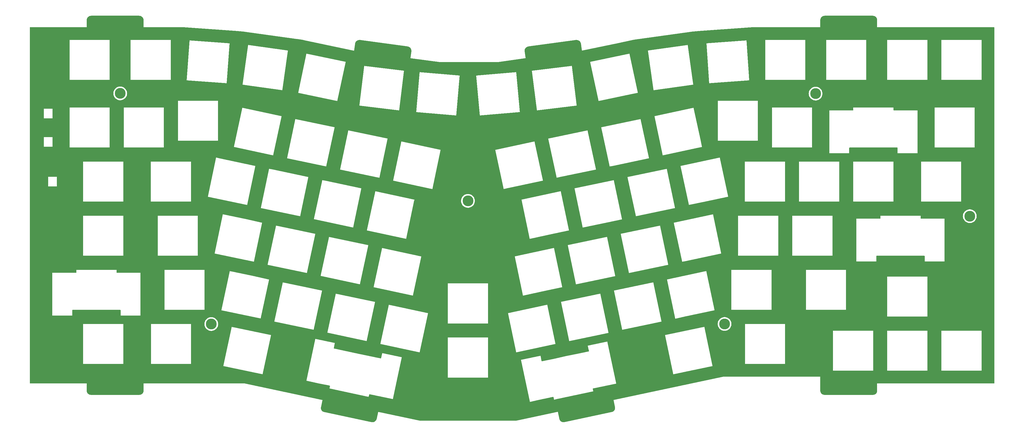
<source format=gbr>
%TF.GenerationSoftware,KiCad,Pcbnew,7.0.10*%
%TF.CreationDate,2024-04-03T00:19:03+02:00*%
%TF.ProjectId,plate,706c6174-652e-46b6-9963-61645f706362,rev?*%
%TF.SameCoordinates,Original*%
%TF.FileFunction,Copper,L2,Bot*%
%TF.FilePolarity,Positive*%
%FSLAX46Y46*%
G04 Gerber Fmt 4.6, Leading zero omitted, Abs format (unit mm)*
G04 Created by KiCad (PCBNEW 7.0.10) date 2024-04-03 00:19:03*
%MOMM*%
%LPD*%
G01*
G04 APERTURE LIST*
%TA.AperFunction,ComponentPad*%
%ADD10C,3.800000*%
%TD*%
G04 APERTURE END LIST*
D10*
%TO.P,MountTopMiddle6,1*%
%TO.N,N/C*%
X328390000Y-64540000D03*
%TD*%
%TO.P,MountTopMiddle4,1*%
%TO.N,N/C*%
X242200000Y-102480000D03*
%TD*%
%TO.P,MountTopMiddle1,1*%
%TO.N,N/C*%
X29780000Y-21330000D03*
%TD*%
%TO.P,MountTopMiddle3,1*%
%TO.N,N/C*%
X151998715Y-59170197D03*
%TD*%
%TO.P,MountTopMiddle5,1*%
%TO.N,N/C*%
X274200000Y-21410000D03*
%TD*%
%TO.P,MountTopMiddle2,1*%
%TO.N,N/C*%
X61790000Y-102510000D03*
%TD*%
%TA.AperFunction,Conductor*%
%TO.N,+3V3*%
G36*
X36504418Y5999185D02*
G01*
X36569116Y5994558D01*
X36569227Y5994549D01*
X36712527Y5983266D01*
X36729131Y5980818D01*
X36818061Y5961473D01*
X36820353Y5960949D01*
X36932663Y5933986D01*
X36947023Y5929602D01*
X37035033Y5896777D01*
X37037360Y5895909D01*
X37041479Y5894288D01*
X37142888Y5852284D01*
X37154862Y5846556D01*
X37241378Y5799316D01*
X37246705Y5796232D01*
X37338539Y5739956D01*
X37348053Y5733501D01*
X37427696Y5673882D01*
X37433917Y5668905D01*
X37515199Y5599484D01*
X37522349Y5592875D01*
X37592876Y5522349D01*
X37599485Y5515199D01*
X37668910Y5433913D01*
X37673887Y5427691D01*
X37733503Y5348053D01*
X37739963Y5338533D01*
X37796221Y5246729D01*
X37799326Y5241366D01*
X37846558Y5154868D01*
X37852287Y5142894D01*
X37894303Y5041458D01*
X37895924Y5037338D01*
X37929603Y4947040D01*
X37933995Y4932655D01*
X37960927Y4820478D01*
X37961519Y4817887D01*
X37980821Y4729154D01*
X37983273Y4712527D01*
X37994614Y4568438D01*
X37994680Y4567555D01*
X37999184Y4504586D01*
X37999500Y4495739D01*
X37999500Y2024533D01*
X37999416Y2024111D01*
X37999459Y2000000D01*
X37999500Y1999901D01*
X37999617Y1999617D01*
X37999618Y1999616D01*
X37999808Y1999538D01*
X38000000Y1999459D01*
X38000002Y1999461D01*
X38024616Y1999476D01*
X38024616Y1999472D01*
X38024760Y1999500D01*
X50030057Y1999500D01*
X50033202Y1999460D01*
X50056101Y1998879D01*
X51927528Y1951395D01*
X51932947Y1951138D01*
X70984292Y618936D01*
X70984746Y618903D01*
X72872586Y474923D01*
X72880354Y474082D01*
X91782229Y-2182404D01*
X91784759Y-2182953D01*
X91789169Y-2183443D01*
X91793525Y-2184005D01*
X91807063Y-2185996D01*
X91809189Y-2185962D01*
X93665086Y-2422782D01*
X93675171Y-2424495D01*
X94736135Y-2650010D01*
X111949462Y-6308816D01*
X111955785Y-6311245D01*
X111968807Y-6312968D01*
X111968809Y-6312969D01*
X111968810Y-6312968D01*
X111969109Y-6313008D01*
X111969347Y-6312840D01*
X111972241Y-6299273D01*
X111972055Y-6292500D01*
X112300818Y-3839020D01*
X112302301Y-3830325D01*
X112315668Y-3765906D01*
X112345680Y-3626276D01*
X112350310Y-3610149D01*
X112381652Y-3523591D01*
X112382459Y-3521435D01*
X112423731Y-3414654D01*
X112429968Y-3401035D01*
X112475728Y-3315285D01*
X112477848Y-3311479D01*
X112532609Y-3217133D01*
X112539843Y-3206078D01*
X112598532Y-3126090D01*
X112602283Y-3121239D01*
X112669885Y-3038149D01*
X112677511Y-3029617D01*
X112747608Y-2958163D01*
X112753307Y-2952716D01*
X112832531Y-2881713D01*
X112839976Y-2875549D01*
X112919714Y-2814655D01*
X112927605Y-2809106D01*
X113017025Y-2751329D01*
X113023726Y-2747298D01*
X113111116Y-2698486D01*
X113121355Y-2693375D01*
X113219363Y-2650010D01*
X113224973Y-2647693D01*
X113317567Y-2612142D01*
X113330187Y-2608057D01*
X113435624Y-2580066D01*
X113439856Y-2579023D01*
X113534597Y-2557460D01*
X113549399Y-2555024D01*
X113663147Y-2543335D01*
X113665619Y-2543106D01*
X113757317Y-2535663D01*
X113774108Y-2535443D01*
X113915948Y-2543204D01*
X113982474Y-2547321D01*
X113991256Y-2548179D01*
X130831782Y-4804780D01*
X130840502Y-4806268D01*
X130848754Y-4807980D01*
X130904188Y-4819483D01*
X130904590Y-4819568D01*
X131044616Y-4849673D01*
X131060762Y-4854309D01*
X131146587Y-4885386D01*
X131148979Y-4886281D01*
X131256242Y-4927740D01*
X131269890Y-4933991D01*
X131355186Y-4979509D01*
X131359036Y-4981653D01*
X131453763Y-5036635D01*
X131464857Y-5043894D01*
X131544522Y-5102346D01*
X131549387Y-5106108D01*
X131632748Y-5173932D01*
X131641326Y-5181598D01*
X131712476Y-5251395D01*
X131717981Y-5257154D01*
X131789193Y-5336610D01*
X131795401Y-5344110D01*
X131856045Y-5423521D01*
X131861646Y-5431485D01*
X131919542Y-5521087D01*
X131923647Y-5527911D01*
X131972241Y-5614909D01*
X131972257Y-5614936D01*
X131977396Y-5625232D01*
X132020882Y-5723514D01*
X132023246Y-5729240D01*
X132058641Y-5821425D01*
X132062729Y-5834054D01*
X132090824Y-5939879D01*
X132091884Y-5944178D01*
X132113339Y-6038443D01*
X132115781Y-6053283D01*
X132127535Y-6167638D01*
X132127778Y-6170284D01*
X132135157Y-6261180D01*
X132135379Y-6277987D01*
X132127540Y-6421264D01*
X132127488Y-6422148D01*
X132123522Y-6486247D01*
X132122661Y-6495058D01*
X131794433Y-8944551D01*
X131794224Y-8945169D01*
X131791172Y-8968585D01*
X131791200Y-8968688D01*
X131791279Y-8968985D01*
X131791637Y-8969192D01*
X131791638Y-8969191D01*
X131807232Y-8971240D01*
X131807331Y-8971253D01*
X142014386Y-10338980D01*
X142018511Y-10339671D01*
X142022660Y-10339542D01*
X162014556Y-10339542D01*
X162018829Y-10339675D01*
X162023187Y-10338932D01*
X162614531Y-10259693D01*
X194997337Y-10259693D01*
X195002234Y-10283032D01*
X195002440Y-10283516D01*
X197923883Y-24027816D01*
X197923892Y-24028365D01*
X197928892Y-24051575D01*
X197928892Y-24051576D01*
X197929126Y-24051918D01*
X197929428Y-24051974D01*
X197929428Y-24051973D01*
X197930005Y-24052083D01*
X197930042Y-24052090D01*
X197934414Y-24050944D01*
X197947665Y-24048096D01*
X210358905Y-21410005D01*
X271786738Y-21410005D01*
X271805765Y-21712451D01*
X271805766Y-21712455D01*
X271805766Y-21712459D01*
X271805767Y-21712462D01*
X271862555Y-22010154D01*
X271862557Y-22010159D01*
X271956203Y-22298374D01*
X271956204Y-22298375D01*
X271956206Y-22298381D01*
X272085242Y-22572598D01*
X272085246Y-22572605D01*
X272085247Y-22572606D01*
X272247626Y-22828475D01*
X272247629Y-22828479D01*
X272247630Y-22828480D01*
X272440808Y-23061992D01*
X272576544Y-23189456D01*
X272661727Y-23269448D01*
X272661737Y-23269456D01*
X272906898Y-23447576D01*
X272906903Y-23447578D01*
X272906910Y-23447584D01*
X273172483Y-23593585D01*
X273172488Y-23593587D01*
X273172490Y-23593588D01*
X273172491Y-23593589D01*
X273454257Y-23705148D01*
X273454260Y-23705149D01*
X273552107Y-23730271D01*
X273747800Y-23780516D01*
X273895028Y-23799115D01*
X274048460Y-23818499D01*
X274048466Y-23818499D01*
X274048470Y-23818500D01*
X274048472Y-23818500D01*
X274351528Y-23818500D01*
X274351530Y-23818500D01*
X274351535Y-23818499D01*
X274351539Y-23818499D01*
X274431357Y-23808415D01*
X274652200Y-23780516D01*
X274945739Y-23705149D01*
X274957441Y-23700516D01*
X275227508Y-23593589D01*
X275227509Y-23593588D01*
X275227507Y-23593588D01*
X275227517Y-23593585D01*
X275493090Y-23447584D01*
X275738271Y-23269450D01*
X275959192Y-23061992D01*
X276152370Y-22828480D01*
X276314758Y-22572598D01*
X276443794Y-22298381D01*
X276537445Y-22010154D01*
X276594233Y-21712462D01*
X276613262Y-21410000D01*
X276608229Y-21330005D01*
X276594234Y-21107548D01*
X276594233Y-21107544D01*
X276594233Y-21107538D01*
X276537445Y-20809846D01*
X276443794Y-20521619D01*
X276314758Y-20247402D01*
X276152370Y-19991520D01*
X275959192Y-19758008D01*
X275738271Y-19550550D01*
X275738268Y-19550548D01*
X275738262Y-19550543D01*
X275493101Y-19372423D01*
X275493094Y-19372418D01*
X275493090Y-19372416D01*
X275227517Y-19226415D01*
X275227514Y-19226413D01*
X275227509Y-19226411D01*
X275227508Y-19226410D01*
X274945742Y-19114851D01*
X274945739Y-19114850D01*
X274652197Y-19039483D01*
X274351539Y-19001500D01*
X274351530Y-19001500D01*
X274048470Y-19001500D01*
X274048460Y-19001500D01*
X273747802Y-19039483D01*
X273454260Y-19114850D01*
X273454257Y-19114851D01*
X273172491Y-19226410D01*
X273172490Y-19226411D01*
X272906910Y-19372416D01*
X272906898Y-19372423D01*
X272661737Y-19550543D01*
X272661727Y-19550551D01*
X272440810Y-19758006D01*
X272247626Y-19991524D01*
X272085247Y-20247393D01*
X272085244Y-20247397D01*
X272085242Y-20247402D01*
X271956206Y-20521619D01*
X271956204Y-20521624D01*
X271956203Y-20521625D01*
X271866850Y-20796626D01*
X271862555Y-20809846D01*
X271808096Y-21095328D01*
X271805766Y-21107544D01*
X271805765Y-21107548D01*
X271786738Y-21409994D01*
X271786738Y-21410005D01*
X210358905Y-21410005D01*
X211700896Y-21124756D01*
X211721411Y-21120438D01*
X211721415Y-21120439D01*
X211721756Y-21120204D01*
X211721812Y-21119902D01*
X211721811Y-21119901D01*
X211721898Y-21119445D01*
X211721141Y-21115142D01*
X211720339Y-21109458D01*
X211718593Y-21104456D01*
X211716740Y-21095682D01*
X211716588Y-21095331D01*
X208794485Y-7347912D01*
X208790276Y-7327918D01*
X208790277Y-7327915D01*
X208790275Y-7327912D01*
X208790043Y-7327573D01*
X208790041Y-7327572D01*
X208789639Y-7327498D01*
X208766844Y-7332236D01*
X208766145Y-7332532D01*
X195021615Y-10254023D01*
X195021166Y-10254030D01*
X194997753Y-10259053D01*
X194997412Y-10259287D01*
X194997411Y-10259288D01*
X194997337Y-10259693D01*
X162614531Y-10259693D01*
X172222836Y-8972197D01*
X172245575Y-8969191D01*
X172245580Y-8969193D01*
X172245939Y-8968985D01*
X172245955Y-8968923D01*
X172246045Y-8968587D01*
X172245690Y-8965541D01*
X172244127Y-8950481D01*
X172243373Y-8948011D01*
X172242945Y-8944716D01*
X172242713Y-8944036D01*
X171914563Y-6495120D01*
X171913702Y-6486310D01*
X171913698Y-6486247D01*
X171909694Y-6421550D01*
X171909670Y-6421124D01*
X171901841Y-6277948D01*
X171902063Y-6261180D01*
X171909444Y-6170252D01*
X171909660Y-6167905D01*
X171921446Y-6053228D01*
X171923879Y-6038448D01*
X171945331Y-5944197D01*
X171946356Y-5940039D01*
X171974510Y-5833990D01*
X171978574Y-5821438D01*
X172013975Y-5729235D01*
X172016301Y-5723601D01*
X172059856Y-5625166D01*
X172064964Y-5614936D01*
X172113571Y-5527914D01*
X172117628Y-5521168D01*
X172175602Y-5431444D01*
X172181177Y-5423516D01*
X172241836Y-5344085D01*
X172247989Y-5336653D01*
X172319290Y-5257096D01*
X172324706Y-5251430D01*
X172395911Y-5181578D01*
X172404436Y-5173959D01*
X172487879Y-5106068D01*
X172492703Y-5102339D01*
X172572352Y-5043898D01*
X172583426Y-5036650D01*
X172678245Y-4981614D01*
X172682045Y-4979498D01*
X172767305Y-4933999D01*
X172780955Y-4927746D01*
X172888387Y-4886221D01*
X172890677Y-4885364D01*
X172976458Y-4854302D01*
X172992576Y-4849675D01*
X173133573Y-4819363D01*
X173196609Y-4806281D01*
X173205301Y-4804798D01*
X190046050Y-2548167D01*
X190054844Y-2547307D01*
X190119049Y-2543333D01*
X190119473Y-2543309D01*
X190263326Y-2535450D01*
X190280098Y-2535670D01*
X190370188Y-2542982D01*
X190372661Y-2543210D01*
X190488061Y-2555069D01*
X190502877Y-2557507D01*
X190596565Y-2578830D01*
X190600728Y-2579855D01*
X190707304Y-2608148D01*
X190719908Y-2612228D01*
X190811667Y-2647458D01*
X190817322Y-2649793D01*
X190916126Y-2693509D01*
X190926411Y-2698643D01*
X191013051Y-2747036D01*
X191019858Y-2751131D01*
X191038146Y-2762947D01*
X191109889Y-2809303D01*
X191117850Y-2814902D01*
X191196903Y-2875270D01*
X191204405Y-2881479D01*
X191284231Y-2953021D01*
X191289990Y-2958526D01*
X191359468Y-3029349D01*
X191367136Y-3037928D01*
X191435299Y-3121706D01*
X191439088Y-3126609D01*
X191497199Y-3205808D01*
X191504468Y-3216915D01*
X191559781Y-3312211D01*
X191561922Y-3316056D01*
X191603004Y-3393039D01*
X191607130Y-3400770D01*
X191613393Y-3414445D01*
X191655202Y-3522614D01*
X191656133Y-3525101D01*
X191686845Y-3609918D01*
X191691483Y-3626074D01*
X191722215Y-3769028D01*
X191722399Y-3769897D01*
X191734867Y-3829985D01*
X191736355Y-3838709D01*
X192003720Y-5833990D01*
X192063467Y-6279870D01*
X192065224Y-6292978D01*
X192065066Y-6299630D01*
X192067879Y-6312888D01*
X192068062Y-6313015D01*
X192068403Y-6312969D01*
X192068407Y-6312970D01*
X192068410Y-6312968D01*
X192081869Y-6311158D01*
X192088107Y-6308741D01*
X192280809Y-6267781D01*
X215300683Y-6267781D01*
X215304089Y-6292005D01*
X215304156Y-6292199D01*
X217259650Y-20206260D01*
X217259632Y-20206591D01*
X217263023Y-20230559D01*
X217263233Y-20230916D01*
X217263234Y-20230917D01*
X217263465Y-20230976D01*
X217263635Y-20231020D01*
X217263637Y-20231018D01*
X217276454Y-20229176D01*
X231209930Y-18270954D01*
X231226412Y-18268678D01*
X231226415Y-18268679D01*
X231226773Y-18268470D01*
X231226849Y-18268172D01*
X231226876Y-18268069D01*
X231226875Y-18268068D01*
X231226876Y-18268068D01*
X231223475Y-18243732D01*
X231223372Y-18243438D01*
X231151659Y-17733177D01*
X229265907Y-4315354D01*
X229265848Y-4314926D01*
X229264534Y-4305292D01*
X229264533Y-4305291D01*
X229264534Y-4305289D01*
X229264387Y-4305038D01*
X229264325Y-4304931D01*
X229264324Y-4304930D01*
X229263925Y-4304828D01*
X229263924Y-4304828D01*
X229263923Y-4304828D01*
X229240272Y-4308096D01*
X229239804Y-4308258D01*
X215325586Y-6263775D01*
X215325403Y-6263765D01*
X215301145Y-6267168D01*
X215300787Y-6267379D01*
X215300786Y-6267379D01*
X215300683Y-6267781D01*
X192280809Y-6267781D01*
X204516410Y-3667023D01*
X235834241Y-3667023D01*
X235835909Y-3691205D01*
X235835995Y-3691523D01*
X236816139Y-17708227D01*
X236816072Y-17708761D01*
X236817815Y-17732781D01*
X236817816Y-17732787D01*
X236817854Y-17732769D01*
X236817992Y-17733046D01*
X236817993Y-17733047D01*
X236818386Y-17733178D01*
X236818388Y-17733176D01*
X236830785Y-17732270D01*
X236830956Y-17732257D01*
X250866036Y-16750828D01*
X250884036Y-16749611D01*
X250884039Y-16749612D01*
X250884410Y-16749427D01*
X250884507Y-16749136D01*
X250884541Y-16749034D01*
X250884541Y-16749033D01*
X250882793Y-16724431D01*
X250882813Y-16724429D01*
X250882767Y-16724259D01*
X250870294Y-16545889D01*
X256500416Y-16545889D01*
X256500459Y-16570000D01*
X256500500Y-16570099D01*
X256500617Y-16570383D01*
X256500618Y-16570384D01*
X256500808Y-16570462D01*
X256501000Y-16570541D01*
X256501002Y-16570539D01*
X256525616Y-16570524D01*
X256525616Y-16570528D01*
X256525760Y-16570500D01*
X270576240Y-16570500D01*
X270576383Y-16570528D01*
X270576384Y-16570524D01*
X270600997Y-16570539D01*
X270601000Y-16570541D01*
X270601383Y-16570383D01*
X270601500Y-16570099D01*
X270601541Y-16570000D01*
X270601540Y-16569997D01*
X270601583Y-16545889D01*
X277931616Y-16545889D01*
X277931659Y-16570000D01*
X277931700Y-16570099D01*
X277931817Y-16570383D01*
X277931818Y-16570384D01*
X277932008Y-16570462D01*
X277932200Y-16570541D01*
X277932202Y-16570539D01*
X277956816Y-16570524D01*
X277956816Y-16570528D01*
X277956960Y-16570500D01*
X292007440Y-16570500D01*
X292007583Y-16570528D01*
X292007584Y-16570524D01*
X292032197Y-16570539D01*
X292032200Y-16570541D01*
X292032583Y-16570383D01*
X292032700Y-16570099D01*
X292032741Y-16570000D01*
X292032740Y-16569997D01*
X292032783Y-16545889D01*
X299362916Y-16545889D01*
X299362959Y-16570000D01*
X299363000Y-16570099D01*
X299363117Y-16570383D01*
X299363118Y-16570384D01*
X299363308Y-16570462D01*
X299363500Y-16570541D01*
X299363502Y-16570539D01*
X299388116Y-16570524D01*
X299388116Y-16570528D01*
X299388260Y-16570500D01*
X313438740Y-16570500D01*
X313438883Y-16570528D01*
X313438884Y-16570524D01*
X313463497Y-16570539D01*
X313463500Y-16570541D01*
X313463883Y-16570383D01*
X313464000Y-16570099D01*
X313464041Y-16570000D01*
X313464040Y-16569997D01*
X313464083Y-16545889D01*
X318412916Y-16545889D01*
X318412959Y-16570000D01*
X318413000Y-16570099D01*
X318413117Y-16570383D01*
X318413118Y-16570384D01*
X318413308Y-16570462D01*
X318413500Y-16570541D01*
X318413502Y-16570539D01*
X318438116Y-16570524D01*
X318438116Y-16570528D01*
X318438260Y-16570500D01*
X332488740Y-16570500D01*
X332488883Y-16570528D01*
X332488884Y-16570524D01*
X332513497Y-16570539D01*
X332513500Y-16570541D01*
X332513883Y-16570383D01*
X332514000Y-16570099D01*
X332514041Y-16570000D01*
X332514040Y-16569997D01*
X332514083Y-16545889D01*
X332514000Y-16545467D01*
X332514000Y-2494759D01*
X332514028Y-2494616D01*
X332514024Y-2494616D01*
X332514039Y-2470002D01*
X332514041Y-2470000D01*
X332513962Y-2469808D01*
X332513884Y-2469618D01*
X332513880Y-2469614D01*
X332513694Y-2469538D01*
X332513502Y-2469459D01*
X332488946Y-2469459D01*
X332488740Y-2469500D01*
X318438260Y-2469500D01*
X318438054Y-2469459D01*
X318413498Y-2469459D01*
X318413307Y-2469538D01*
X318413119Y-2469615D01*
X318413115Y-2469618D01*
X318412959Y-2469999D01*
X318412976Y-2494616D01*
X318412971Y-2494616D01*
X318413000Y-2494759D01*
X318413000Y-16545467D01*
X318412916Y-16545889D01*
X313464083Y-16545889D01*
X313464000Y-16545467D01*
X313464000Y-2494759D01*
X313464028Y-2494616D01*
X313464024Y-2494616D01*
X313464039Y-2470002D01*
X313464041Y-2470000D01*
X313463962Y-2469808D01*
X313463884Y-2469618D01*
X313463880Y-2469614D01*
X313463694Y-2469538D01*
X313463502Y-2469459D01*
X313438946Y-2469459D01*
X313438740Y-2469500D01*
X299388260Y-2469500D01*
X299388054Y-2469459D01*
X299363498Y-2469459D01*
X299363307Y-2469538D01*
X299363119Y-2469615D01*
X299363115Y-2469618D01*
X299362959Y-2469999D01*
X299362976Y-2494616D01*
X299362971Y-2494616D01*
X299363000Y-2494759D01*
X299363000Y-16545467D01*
X299362916Y-16545889D01*
X292032783Y-16545889D01*
X292032700Y-16545467D01*
X292032700Y-2494759D01*
X292032728Y-2494616D01*
X292032724Y-2494616D01*
X292032739Y-2470002D01*
X292032741Y-2470000D01*
X292032662Y-2469808D01*
X292032584Y-2469618D01*
X292032580Y-2469614D01*
X292032394Y-2469538D01*
X292032202Y-2469459D01*
X292007646Y-2469459D01*
X292007440Y-2469500D01*
X277956960Y-2469500D01*
X277956754Y-2469459D01*
X277932198Y-2469459D01*
X277932007Y-2469538D01*
X277931819Y-2469615D01*
X277931815Y-2469618D01*
X277931659Y-2469999D01*
X277931676Y-2494616D01*
X277931671Y-2494616D01*
X277931700Y-2494759D01*
X277931700Y-16545467D01*
X277931616Y-16545889D01*
X270601583Y-16545889D01*
X270601500Y-16545467D01*
X270601500Y-2494759D01*
X270601528Y-2494616D01*
X270601524Y-2494616D01*
X270601539Y-2470002D01*
X270601541Y-2470000D01*
X270601462Y-2469808D01*
X270601384Y-2469618D01*
X270601380Y-2469614D01*
X270601194Y-2469538D01*
X270601002Y-2469459D01*
X270576446Y-2469459D01*
X270576240Y-2469500D01*
X256525760Y-2469500D01*
X256525554Y-2469459D01*
X256500998Y-2469459D01*
X256500807Y-2469538D01*
X256500619Y-2469615D01*
X256500615Y-2469618D01*
X256500459Y-2469999D01*
X256500476Y-2494616D01*
X256500471Y-2494616D01*
X256500500Y-2494759D01*
X256500500Y-16545467D01*
X256500416Y-16545889D01*
X250870294Y-16545889D01*
X250769822Y-15109073D01*
X249901704Y-2694415D01*
X249901685Y-2694126D01*
X249900974Y-2683382D01*
X249900975Y-2683380D01*
X249900790Y-2683009D01*
X249900788Y-2683008D01*
X249900499Y-2682912D01*
X249900499Y-2682911D01*
X249900398Y-2682878D01*
X249900397Y-2682878D01*
X249900396Y-2682878D01*
X249876726Y-2684461D01*
X249876161Y-2684613D01*
X235859379Y-3664763D01*
X235859027Y-3664718D01*
X235834744Y-3666444D01*
X235834651Y-3666491D01*
X235834373Y-3666629D01*
X235834372Y-3666630D01*
X235834241Y-3667023D01*
X204516410Y-3667023D01*
X210362048Y-2424494D01*
X210372124Y-2422782D01*
X212230660Y-2185625D01*
X212232841Y-2185614D01*
X212243490Y-2184037D01*
X212248219Y-2183429D01*
X212261838Y-2181943D01*
X212264940Y-2181005D01*
X231156863Y474082D01*
X231164624Y474923D01*
X233052491Y618905D01*
X233052899Y618935D01*
X252104269Y1951138D01*
X252109684Y1951395D01*
X253981616Y1998892D01*
X254004015Y1999460D01*
X254007160Y1999500D01*
X275818706Y1999500D01*
X275818849Y1999472D01*
X275818850Y1999476D01*
X275843463Y1999461D01*
X275843466Y1999459D01*
X275843849Y1999617D01*
X275843966Y1999901D01*
X275844007Y2000000D01*
X275844006Y2000003D01*
X275844049Y2024111D01*
X275843966Y2024533D01*
X275843966Y4495574D01*
X275844282Y4504418D01*
X275844603Y4508910D01*
X275848770Y4567185D01*
X275848827Y4567937D01*
X275860262Y4712831D01*
X275862708Y4729404D01*
X275881588Y4816199D01*
X275882121Y4818528D01*
X275909598Y4932981D01*
X275913979Y4947332D01*
X275947191Y5036377D01*
X275948767Y5040382D01*
X275991371Y5143242D01*
X275997078Y5155172D01*
X276043774Y5240692D01*
X276046843Y5245994D01*
X276103786Y5338919D01*
X276110217Y5348395D01*
X276169242Y5427246D01*
X276174156Y5433389D01*
X276244359Y5515589D01*
X276250939Y5522707D01*
X276320784Y5592554D01*
X276327884Y5599118D01*
X276410078Y5669321D01*
X276416233Y5674245D01*
X276495080Y5733272D01*
X276504560Y5739705D01*
X276597501Y5796662D01*
X276602749Y5799701D01*
X276688302Y5846418D01*
X276700221Y5852121D01*
X276803102Y5894738D01*
X276807080Y5896304D01*
X276896145Y5929526D01*
X276910490Y5933906D01*
X277024944Y5961387D01*
X277027145Y5961891D01*
X277114054Y5980800D01*
X277130643Y5983245D01*
X277240958Y5991930D01*
X277280710Y5995059D01*
X277281411Y5995113D01*
X277333583Y5998846D01*
X277338314Y5999184D01*
X277347163Y5999500D01*
X294339046Y5999500D01*
X294347885Y5999185D01*
X294410920Y5994678D01*
X294411523Y5994633D01*
X294556247Y5983219D01*
X294572827Y5980774D01*
X294659873Y5961841D01*
X294662325Y5961280D01*
X294776392Y5933898D01*
X294790771Y5929508D01*
X294879963Y5896244D01*
X294884016Y5894650D01*
X294986653Y5852139D01*
X294998621Y5846413D01*
X295040484Y5823556D01*
X295084122Y5799728D01*
X295084251Y5799658D01*
X295089615Y5796552D01*
X295182311Y5739750D01*
X295191831Y5733291D01*
X295270755Y5674212D01*
X295276965Y5669245D01*
X295359021Y5599165D01*
X295366119Y5592604D01*
X295436071Y5522654D01*
X295442666Y5515519D01*
X295512738Y5433478D01*
X295517679Y5427301D01*
X295576770Y5348368D01*
X295583223Y5338857D01*
X295640061Y5246106D01*
X295643165Y5240745D01*
X295689896Y5155168D01*
X295695626Y5143192D01*
X295738139Y5040558D01*
X295739755Y5036452D01*
X295773004Y4947309D01*
X295777396Y4932923D01*
X295804759Y4818951D01*
X295805351Y4816361D01*
X295824267Y4729404D01*
X295826719Y4712775D01*
X295838456Y4563648D01*
X295838522Y4562767D01*
X295842650Y4505062D01*
X295842966Y4496214D01*
X295842966Y2024533D01*
X295842882Y2024111D01*
X295842925Y2000000D01*
X295842966Y1999901D01*
X295843083Y1999617D01*
X295843084Y1999616D01*
X295843274Y1999538D01*
X295843466Y1999459D01*
X295843468Y1999461D01*
X295868082Y1999476D01*
X295868082Y1999472D01*
X295868226Y1999500D01*
X336868966Y1999500D01*
X336936005Y1979815D01*
X336981760Y1927011D01*
X336992966Y1875500D01*
X336992966Y-123319250D01*
X336973281Y-123386289D01*
X336920477Y-123432044D01*
X336868966Y-123443250D01*
X295868226Y-123443250D01*
X295868020Y-123443209D01*
X295843464Y-123443209D01*
X295843273Y-123443288D01*
X295843085Y-123443365D01*
X295843081Y-123443368D01*
X295842925Y-123443749D01*
X295842942Y-123468366D01*
X295842937Y-123468366D01*
X295842966Y-123468509D01*
X295842966Y-125939315D01*
X295842650Y-125948167D01*
X295838012Y-126012974D01*
X295837946Y-126013854D01*
X295826741Y-126156181D01*
X295824288Y-126172811D01*
X295804828Y-126262253D01*
X295804236Y-126264841D01*
X295777479Y-126376280D01*
X295773087Y-126390665D01*
X295739220Y-126481462D01*
X295737599Y-126485582D01*
X295695791Y-126586510D01*
X295690063Y-126598483D01*
X295642631Y-126685346D01*
X295639526Y-126690709D01*
X295583497Y-126782138D01*
X295577037Y-126791658D01*
X295517188Y-126871606D01*
X295512211Y-126877827D01*
X295443053Y-126958800D01*
X295436444Y-126965949D01*
X295365669Y-127036724D01*
X295358520Y-127043333D01*
X295277538Y-127112499D01*
X295271317Y-127117476D01*
X295191383Y-127177314D01*
X295181863Y-127183774D01*
X295090418Y-127239813D01*
X295085055Y-127242918D01*
X294998202Y-127290344D01*
X294986229Y-127296072D01*
X294885290Y-127337885D01*
X294881171Y-127339506D01*
X294790382Y-127373371D01*
X294775996Y-127377763D01*
X294664584Y-127404513D01*
X294661996Y-127405105D01*
X294572512Y-127424574D01*
X294555890Y-127427025D01*
X294415279Y-127438096D01*
X294413947Y-127438201D01*
X294413066Y-127438267D01*
X294347853Y-127442934D01*
X294339002Y-127443250D01*
X277347900Y-127443250D01*
X277339051Y-127442934D01*
X277332034Y-127442432D01*
X277274354Y-127438304D01*
X277273471Y-127438237D01*
X277131005Y-127427018D01*
X277114380Y-127424567D01*
X277025175Y-127405160D01*
X277022585Y-127404567D01*
X276910891Y-127377749D01*
X276896506Y-127373357D01*
X276805894Y-127339559D01*
X276801774Y-127337938D01*
X276800000Y-127337203D01*
X276700646Y-127296047D01*
X276688679Y-127290321D01*
X276601976Y-127242976D01*
X276596640Y-127239888D01*
X276505002Y-127183730D01*
X276495494Y-127177278D01*
X276415692Y-127117539D01*
X276409487Y-127112575D01*
X276328354Y-127043281D01*
X276321205Y-127036672D01*
X276250538Y-126966005D01*
X276243929Y-126958856D01*
X276174657Y-126877750D01*
X276169680Y-126871529D01*
X276169369Y-126871114D01*
X276139543Y-126831271D01*
X276109937Y-126791723D01*
X276103478Y-126782203D01*
X276047332Y-126690584D01*
X276044227Y-126685222D01*
X275996885Y-126598524D01*
X275991173Y-126586585D01*
X275949249Y-126485378D01*
X275947661Y-126481343D01*
X275913855Y-126390709D01*
X275909465Y-126376330D01*
X275882798Y-126265267D01*
X275882636Y-126264590D01*
X275882048Y-126262023D01*
X275871441Y-126213269D01*
X275862643Y-126172827D01*
X275860194Y-126156215D01*
X275848929Y-126013147D01*
X275848897Y-126012726D01*
X275844282Y-125948221D01*
X275843966Y-125939372D01*
X275843966Y-121087259D01*
X275843994Y-121087116D01*
X275843990Y-121087116D01*
X275844005Y-121062502D01*
X275844007Y-121062500D01*
X275843928Y-121062308D01*
X275843850Y-121062118D01*
X275843846Y-121062114D01*
X275843660Y-121062038D01*
X275843468Y-121061959D01*
X275818912Y-121061959D01*
X275818706Y-121062000D01*
X241806495Y-121062000D01*
X241804956Y-121061858D01*
X241795133Y-121061989D01*
X241794967Y-121061990D01*
X241794120Y-121062161D01*
X241786823Y-121063552D01*
X241784735Y-121064183D01*
X203190496Y-129267642D01*
X203190047Y-129267649D01*
X203166634Y-129272672D01*
X203166293Y-129272906D01*
X203166292Y-129272907D01*
X203166218Y-129273312D01*
X203171115Y-129296651D01*
X203171321Y-129297135D01*
X203685117Y-131714345D01*
X203686648Y-131723070D01*
X203695909Y-131789758D01*
X203696024Y-131790602D01*
X203714332Y-131929429D01*
X203715395Y-131946234D01*
X203714943Y-132040761D01*
X203714901Y-132043416D01*
X203711979Y-132154915D01*
X203710674Y-132169900D01*
X203696134Y-132267708D01*
X203695405Y-132272076D01*
X203675864Y-132377492D01*
X203672750Y-132390394D01*
X203643954Y-132486758D01*
X203642031Y-132492650D01*
X203606793Y-132592151D01*
X203602454Y-132602807D01*
X203559935Y-132694744D01*
X203556361Y-132701862D01*
X203506287Y-132794085D01*
X203501307Y-132802454D01*
X203446027Y-132887573D01*
X203440408Y-132895524D01*
X203376508Y-132978796D01*
X203371459Y-132984956D01*
X203304782Y-133061168D01*
X203296812Y-133069467D01*
X203220219Y-133142149D01*
X203215618Y-133146301D01*
X203139317Y-133211780D01*
X203128796Y-133219873D01*
X203040417Y-133280612D01*
X203036726Y-133283053D01*
X202953304Y-133336105D01*
X202940144Y-133343392D01*
X202839436Y-133391426D01*
X202837025Y-133392545D01*
X202750848Y-133431403D01*
X202735094Y-133437257D01*
X202606213Y-133475432D01*
X202605363Y-133475680D01*
X202534548Y-133496107D01*
X202525962Y-133498255D01*
X185906903Y-137030746D01*
X185898181Y-137032277D01*
X185834095Y-137041178D01*
X185833214Y-137041297D01*
X185691332Y-137059968D01*
X185674563Y-137061027D01*
X185583494Y-137060593D01*
X185580838Y-137060551D01*
X185465778Y-137057537D01*
X185450792Y-137056232D01*
X185355315Y-137042039D01*
X185350949Y-137041310D01*
X185243140Y-137021327D01*
X185230239Y-137018214D01*
X185166138Y-136999060D01*
X185135712Y-136989969D01*
X185129832Y-136988050D01*
X185028432Y-136952142D01*
X185017776Y-136947803D01*
X184927382Y-136906000D01*
X184920262Y-136902425D01*
X184826426Y-136851476D01*
X184818059Y-136846498D01*
X184734330Y-136792124D01*
X184726380Y-136786506D01*
X184705892Y-136770785D01*
X184641649Y-136721491D01*
X184635500Y-136716450D01*
X184560552Y-136650880D01*
X184552254Y-136642912D01*
X184478192Y-136564868D01*
X184474041Y-136560268D01*
X184460618Y-136544628D01*
X184409806Y-136485422D01*
X184401717Y-136474906D01*
X184339599Y-136384525D01*
X184337158Y-136380834D01*
X184285370Y-136299404D01*
X184278082Y-136286245D01*
X184228506Y-136182310D01*
X184227389Y-136179902D01*
X184221841Y-136167599D01*
X184189966Y-136096918D01*
X184184123Y-136081196D01*
X184143126Y-135942804D01*
X184143057Y-135942569D01*
X184125311Y-135881055D01*
X184123167Y-135872481D01*
X183618507Y-133498253D01*
X183607483Y-133446387D01*
X183604323Y-133431325D01*
X183604324Y-133431324D01*
X183604090Y-133430982D01*
X183604089Y-133430981D01*
X183604088Y-133430980D01*
X183603686Y-133430906D01*
X183580891Y-133435644D01*
X183580192Y-133435940D01*
X171788778Y-135942284D01*
X168954975Y-136544628D01*
X168944281Y-136546901D01*
X168918500Y-136549611D01*
X135118716Y-136549611D01*
X135092935Y-136546901D01*
X135082241Y-136544628D01*
X120745085Y-133497170D01*
X120457355Y-133436011D01*
X120457053Y-133435882D01*
X120433530Y-133430906D01*
X120433345Y-133430940D01*
X120433127Y-133430980D01*
X120433125Y-133430981D01*
X120432891Y-133431324D01*
X120427868Y-133454736D01*
X120427861Y-133455185D01*
X119914077Y-135872349D01*
X119911928Y-135880941D01*
X119893594Y-135944489D01*
X119893350Y-135945323D01*
X119853189Y-136080949D01*
X119847329Y-136096719D01*
X119809171Y-136181331D01*
X119808054Y-136183739D01*
X119759274Y-136286004D01*
X119751986Y-136299164D01*
X119699518Y-136381662D01*
X119697076Y-136385353D01*
X119635706Y-136474643D01*
X119627614Y-136485163D01*
X119562713Y-136560787D01*
X119558560Y-136565389D01*
X119485227Y-136642663D01*
X119476929Y-136650631D01*
X119401327Y-136716772D01*
X119395165Y-136721823D01*
X119311186Y-136786261D01*
X119303235Y-136791880D01*
X119218792Y-136846717D01*
X119210425Y-136851695D01*
X119117406Y-136902199D01*
X119110285Y-136905773D01*
X119019120Y-136947931D01*
X119008466Y-136952270D01*
X118908026Y-136987838D01*
X118902134Y-136989761D01*
X118806672Y-137018285D01*
X118793770Y-137021399D01*
X118687178Y-137041155D01*
X118682812Y-137041883D01*
X118586147Y-137056252D01*
X118571162Y-137057557D01*
X118457954Y-137060522D01*
X118455296Y-137060564D01*
X118362407Y-137061005D01*
X118345634Y-137059945D01*
X118207845Y-137041806D01*
X118206969Y-137041688D01*
X118138698Y-137032205D01*
X118129980Y-137030675D01*
X118127825Y-137030217D01*
X118127825Y-137030216D01*
X118127809Y-137030214D01*
X101510481Y-133498091D01*
X101501893Y-133495943D01*
X101441236Y-133478445D01*
X101440365Y-133478190D01*
X101301419Y-133437004D01*
X101285686Y-133431156D01*
X101204530Y-133394560D01*
X101202120Y-133393442D01*
X101096334Y-133342985D01*
X101083176Y-133335698D01*
X101002868Y-133284627D01*
X100999175Y-133282185D01*
X100907667Y-133219294D01*
X100897147Y-133211202D01*
X100823116Y-133147670D01*
X100818515Y-133143517D01*
X100739645Y-133068674D01*
X100731688Y-133060390D01*
X100666763Y-132986181D01*
X100661723Y-132980032D01*
X100596054Y-132894453D01*
X100590435Y-132886502D01*
X100536583Y-132803580D01*
X100531605Y-132795213D01*
X100480139Y-132700429D01*
X100476564Y-132693308D01*
X100435185Y-132603833D01*
X100430846Y-132593179D01*
X100394553Y-132490699D01*
X100392630Y-132484807D01*
X100385553Y-132461123D01*
X100364691Y-132391311D01*
X100361583Y-132378433D01*
X100341337Y-132269204D01*
X100340621Y-132264923D01*
X100326618Y-132170726D01*
X100325316Y-132155783D01*
X100322243Y-132038527D01*
X100322204Y-132036033D01*
X100321778Y-131946945D01*
X100322837Y-131930177D01*
X100342418Y-131781415D01*
X100350437Y-131723678D01*
X100351969Y-131714957D01*
X100357829Y-131687401D01*
X100357829Y-131687383D01*
X100733354Y-129920683D01*
X100865788Y-129297628D01*
X100865862Y-129297458D01*
X100865834Y-129297452D01*
X100870998Y-129273313D01*
X100870983Y-129273238D01*
X100870923Y-129272907D01*
X100870922Y-129272906D01*
X100870582Y-129272672D01*
X100849045Y-129268136D01*
X100848823Y-129268089D01*
X73455824Y-123445527D01*
X73454006Y-123444971D01*
X73445679Y-123443352D01*
X73445128Y-123443239D01*
X73444983Y-123443239D01*
X73435159Y-123443108D01*
X73433621Y-123443250D01*
X38024760Y-123443250D01*
X38024554Y-123443209D01*
X37999998Y-123443209D01*
X37999807Y-123443288D01*
X37999619Y-123443365D01*
X37999615Y-123443368D01*
X37999459Y-123443749D01*
X37999476Y-123468366D01*
X37999471Y-123468366D01*
X37999500Y-123468509D01*
X37999500Y-125939313D01*
X37999184Y-125948166D01*
X37994330Y-126015983D01*
X37994266Y-126016827D01*
X37983372Y-126155703D01*
X37980917Y-126172368D01*
X37960705Y-126265267D01*
X37960113Y-126267857D01*
X37934203Y-126375762D01*
X37929811Y-126390146D01*
X37895109Y-126483179D01*
X37893488Y-126487299D01*
X37852615Y-126585968D01*
X37846885Y-126597943D01*
X37798538Y-126686476D01*
X37795433Y-126691838D01*
X37740447Y-126781561D01*
X37733988Y-126791080D01*
X37673110Y-126872401D01*
X37668133Y-126878623D01*
X37600182Y-126958180D01*
X37593571Y-126965330D01*
X37521597Y-127037299D01*
X37514448Y-127043907D01*
X37434884Y-127111858D01*
X37428665Y-127116833D01*
X37347350Y-127177704D01*
X37337827Y-127184166D01*
X37248090Y-127239154D01*
X37242727Y-127242259D01*
X37154197Y-127290597D01*
X37142224Y-127296325D01*
X37043532Y-127337203D01*
X37039414Y-127338823D01*
X36946404Y-127373513D01*
X36932021Y-127377904D01*
X36896798Y-127386360D01*
X36824120Y-127403807D01*
X36821532Y-127404398D01*
X36728574Y-127424619D01*
X36711944Y-127427071D01*
X36579511Y-127437492D01*
X36578630Y-127437558D01*
X36503467Y-127442934D01*
X36494621Y-127443250D01*
X19504431Y-127443250D01*
X19495582Y-127442934D01*
X19432307Y-127438407D01*
X19431406Y-127438339D01*
X19287294Y-127426973D01*
X19270685Y-127424523D01*
X19183286Y-127405510D01*
X19180697Y-127404918D01*
X19067148Y-127377657D01*
X19052763Y-127373265D01*
X18963323Y-127339906D01*
X18959203Y-127338285D01*
X18856894Y-127295907D01*
X18844921Y-127290179D01*
X18759098Y-127243317D01*
X18753735Y-127240212D01*
X18661236Y-127183529D01*
X18651716Y-127177069D01*
X18572628Y-127117866D01*
X18566413Y-127112895D01*
X18484562Y-127042988D01*
X18477424Y-127036390D01*
X18407354Y-126966322D01*
X18400747Y-126959174D01*
X18330847Y-126877335D01*
X18325870Y-126871114D01*
X18306517Y-126845262D01*
X18266655Y-126792015D01*
X18260208Y-126782514D01*
X18203502Y-126689982D01*
X18200431Y-126684678D01*
X18153549Y-126598824D01*
X18147822Y-126586854D01*
X18131035Y-126546331D01*
X18105428Y-126484516D01*
X18103832Y-126480459D01*
X18070455Y-126390977D01*
X18066063Y-126376592D01*
X18038801Y-126263051D01*
X18038209Y-126260464D01*
X18027941Y-126213269D01*
X18019196Y-126173077D01*
X18016749Y-126156475D01*
X18005069Y-126008134D01*
X18005060Y-126008016D01*
X18000816Y-125948703D01*
X18000500Y-125939855D01*
X18000500Y-123468509D01*
X18000528Y-123468366D01*
X18000524Y-123468366D01*
X18000539Y-123443752D01*
X18000541Y-123443750D01*
X18000462Y-123443558D01*
X18000384Y-123443368D01*
X18000380Y-123443364D01*
X18000194Y-123443288D01*
X18000002Y-123443209D01*
X17975446Y-123443209D01*
X17975240Y-123443250D01*
X-1875500Y-123443250D01*
X-1942539Y-123423565D01*
X-1988294Y-123370761D01*
X-1999500Y-123319250D01*
X-1999500Y-122482296D01*
X95255211Y-122482296D01*
X95255285Y-122482698D01*
X95255286Y-122482699D01*
X95255287Y-122482700D01*
X95255629Y-122482934D01*
X95255630Y-122482933D01*
X95270752Y-122486106D01*
X99914283Y-123473119D01*
X103399204Y-124213862D01*
X103460686Y-124247054D01*
X103494462Y-124308217D01*
X103494713Y-124360933D01*
X103317681Y-125193803D01*
X103317385Y-125194502D01*
X103312647Y-125217297D01*
X103312721Y-125217699D01*
X103312722Y-125217700D01*
X103313063Y-125217934D01*
X103313065Y-125217935D01*
X103313066Y-125217934D01*
X103328189Y-125221107D01*
X117080964Y-128144351D01*
X117081747Y-128144685D01*
X117099558Y-128148374D01*
X117104334Y-128149606D01*
X117104458Y-128149583D01*
X117105196Y-128149443D01*
X117105353Y-128149415D01*
X117105587Y-128149074D01*
X117105587Y-128149073D01*
X117110694Y-128124917D01*
X117110714Y-128124921D01*
X117110714Y-128124747D01*
X117287574Y-127292690D01*
X117320765Y-127231212D01*
X117381929Y-127197436D01*
X117434640Y-127197185D01*
X125554223Y-128923057D01*
X125555006Y-128923391D01*
X125572817Y-128927080D01*
X125577593Y-128928312D01*
X125577717Y-128928289D01*
X125578455Y-128928149D01*
X125578612Y-128928121D01*
X125578846Y-128927780D01*
X125578846Y-128927779D01*
X125583953Y-128903623D01*
X125583973Y-128903627D01*
X125583973Y-128903453D01*
X127195697Y-121320889D01*
X144963016Y-121320889D01*
X144963059Y-121345000D01*
X144963100Y-121345099D01*
X144963217Y-121345383D01*
X144963218Y-121345384D01*
X144963408Y-121345462D01*
X144963600Y-121345541D01*
X144963602Y-121345539D01*
X144988216Y-121345524D01*
X144988216Y-121345528D01*
X144988360Y-121345500D01*
X159038840Y-121345500D01*
X159038983Y-121345528D01*
X159038984Y-121345524D01*
X159063597Y-121345539D01*
X159063600Y-121345541D01*
X159063983Y-121345383D01*
X159064100Y-121345099D01*
X159064141Y-121345000D01*
X159064140Y-121344997D01*
X159064183Y-121320889D01*
X159064100Y-121320467D01*
X159064100Y-115147954D01*
X170660567Y-115147954D01*
X170665464Y-115171293D01*
X170665670Y-115171777D01*
X173794981Y-129894020D01*
X173794986Y-129894367D01*
X173800033Y-129917984D01*
X173800034Y-129917985D01*
X173800268Y-129918327D01*
X173800570Y-129918383D01*
X173800570Y-129918382D01*
X173801108Y-129918484D01*
X173812654Y-129920683D01*
X173830528Y-129912015D01*
X176720984Y-129297629D01*
X181944233Y-128187392D01*
X182013900Y-128192708D01*
X182069634Y-128234845D01*
X182091304Y-128282901D01*
X182268707Y-129117515D01*
X182268754Y-129117738D01*
X182273291Y-129139280D01*
X182273317Y-129139317D01*
X182273524Y-129139619D01*
X182273525Y-129139619D01*
X182273526Y-129139620D01*
X182273828Y-129139676D01*
X182273828Y-129139675D01*
X182274338Y-129139772D01*
X182285911Y-129141976D01*
X182303786Y-129133308D01*
X183268216Y-128928312D01*
X196041488Y-126213268D01*
X196042003Y-126213263D01*
X196065813Y-126208140D01*
X196065815Y-126208141D01*
X196065815Y-126208140D01*
X196065827Y-126208138D01*
X196066151Y-126207916D01*
X196066155Y-126207908D01*
X196066158Y-126207907D01*
X196066233Y-126207499D01*
X196066230Y-126207496D01*
X196064006Y-126197227D01*
X195884164Y-125351138D01*
X195889480Y-125281471D01*
X195931617Y-125225737D01*
X195979668Y-125204068D01*
X204100815Y-123477864D01*
X204123246Y-123473138D01*
X204123250Y-123473139D01*
X204123592Y-123472905D01*
X204123648Y-123472603D01*
X204123734Y-123472148D01*
X204122977Y-123467843D01*
X204122175Y-123462159D01*
X204120429Y-123457157D01*
X204118576Y-123448383D01*
X204118424Y-123448032D01*
X200988409Y-108722465D01*
X200984200Y-108702471D01*
X200984201Y-108702468D01*
X200984199Y-108702465D01*
X200983967Y-108702126D01*
X200983965Y-108702125D01*
X200983563Y-108702051D01*
X200960768Y-108706789D01*
X200960069Y-108707085D01*
X194160387Y-110152403D01*
X194159938Y-110152410D01*
X194136525Y-110157433D01*
X194136184Y-110157667D01*
X194136183Y-110157668D01*
X194136109Y-110158073D01*
X194141006Y-110181412D01*
X194141212Y-110181896D01*
X194526087Y-111992583D01*
X194520771Y-112062250D01*
X194478634Y-112117984D01*
X194430578Y-112139654D01*
X191673906Y-112725603D01*
X186238201Y-113880998D01*
X186238200Y-113880998D01*
X182180902Y-114743403D01*
X178045627Y-115622383D01*
X177975960Y-115617067D01*
X177920226Y-115574930D01*
X177898557Y-115526877D01*
X177512973Y-113712852D01*
X177508658Y-113692348D01*
X177508424Y-113692007D01*
X177508422Y-113692006D01*
X177508020Y-113691932D01*
X177485225Y-113696670D01*
X177484526Y-113696966D01*
X170684845Y-115142284D01*
X170684396Y-115142291D01*
X170660983Y-115147314D01*
X170660642Y-115147548D01*
X170660641Y-115147549D01*
X170660567Y-115147954D01*
X159064100Y-115147954D01*
X159064100Y-107269759D01*
X159064128Y-107269616D01*
X159064124Y-107269616D01*
X159064139Y-107245002D01*
X159064141Y-107245000D01*
X159064062Y-107244808D01*
X159063984Y-107244618D01*
X159063980Y-107244614D01*
X159063794Y-107244538D01*
X159063602Y-107244459D01*
X159039046Y-107244459D01*
X159038840Y-107244500D01*
X144988360Y-107244500D01*
X144988154Y-107244459D01*
X144963598Y-107244459D01*
X144963407Y-107244538D01*
X144963219Y-107244615D01*
X144963215Y-107244618D01*
X144963059Y-107244999D01*
X144963076Y-107269616D01*
X144963071Y-107269616D01*
X144963100Y-107269759D01*
X144963100Y-121320467D01*
X144963016Y-121320889D01*
X127195697Y-121320889D01*
X128716652Y-114165356D01*
X128716734Y-114164978D01*
X128718309Y-114157754D01*
X128718312Y-114157751D01*
X128718237Y-114157343D01*
X128717895Y-114157109D01*
X128694684Y-114152109D01*
X128694135Y-114152100D01*
X121881708Y-112704073D01*
X121881255Y-112703976D01*
X121870863Y-112701726D01*
X121870454Y-112701801D01*
X121870433Y-112701833D01*
X121870345Y-112701961D01*
X121870220Y-112702143D01*
X121865196Y-112725603D01*
X121865190Y-112726006D01*
X121480321Y-114536668D01*
X121447129Y-114598150D01*
X121385965Y-114631926D01*
X121333250Y-114632177D01*
X113140679Y-112890792D01*
X104948300Y-111149447D01*
X104886818Y-111116255D01*
X104853042Y-111055092D01*
X104852791Y-111002376D01*
X105161877Y-109548239D01*
X121244798Y-109548239D01*
X121244872Y-109548641D01*
X121244873Y-109548642D01*
X121244874Y-109548643D01*
X121245216Y-109548877D01*
X121245217Y-109548876D01*
X121260339Y-109552049D01*
X135013115Y-112475292D01*
X135013898Y-112475626D01*
X135031709Y-112479315D01*
X135036485Y-112480547D01*
X135036583Y-112480529D01*
X135037396Y-112480376D01*
X135037504Y-112480356D01*
X135037739Y-112480015D01*
X135037738Y-112480011D01*
X135042056Y-112459496D01*
X137207711Y-102270889D01*
X144963016Y-102270889D01*
X144963059Y-102295000D01*
X144963100Y-102295099D01*
X144963217Y-102295383D01*
X144963218Y-102295384D01*
X144963408Y-102295462D01*
X144963600Y-102295541D01*
X144963602Y-102295539D01*
X144988216Y-102295524D01*
X144988216Y-102295528D01*
X144988360Y-102295500D01*
X159038840Y-102295500D01*
X159038983Y-102295528D01*
X159038984Y-102295524D01*
X159063597Y-102295539D01*
X159063600Y-102295541D01*
X159063983Y-102295383D01*
X159064100Y-102295099D01*
X159064141Y-102295000D01*
X159064140Y-102294997D01*
X159064183Y-102270889D01*
X159064100Y-102270467D01*
X159064100Y-98690193D01*
X166058237Y-98690193D01*
X166063134Y-98713532D01*
X166063340Y-98714016D01*
X168984783Y-112458316D01*
X168984792Y-112458865D01*
X168989792Y-112482075D01*
X168989792Y-112482076D01*
X168990026Y-112482418D01*
X168990328Y-112482474D01*
X168990328Y-112482473D01*
X168990905Y-112482583D01*
X168990942Y-112482590D01*
X168995314Y-112481444D01*
X169008565Y-112478596D01*
X182761796Y-109555256D01*
X182782311Y-109550938D01*
X182782315Y-109550939D01*
X182782656Y-109550704D01*
X182782712Y-109550402D01*
X182782711Y-109550401D01*
X182782798Y-109549945D01*
X182782041Y-109545642D01*
X182781239Y-109539958D01*
X182779493Y-109534956D01*
X182777640Y-109526182D01*
X182777488Y-109525831D01*
X179855385Y-95778412D01*
X179851176Y-95758418D01*
X179851177Y-95758415D01*
X179851175Y-95758412D01*
X179850943Y-95758073D01*
X179850941Y-95758072D01*
X179850539Y-95757998D01*
X179827744Y-95762736D01*
X179827045Y-95763032D01*
X166082515Y-98684523D01*
X166082066Y-98684530D01*
X166058653Y-98689553D01*
X166058312Y-98689787D01*
X166058311Y-98689788D01*
X166058237Y-98690193D01*
X159064100Y-98690193D01*
X159064100Y-94729493D01*
X184691937Y-94729493D01*
X184696834Y-94752832D01*
X184697040Y-94753316D01*
X187618483Y-108497616D01*
X187618492Y-108498165D01*
X187623492Y-108521375D01*
X187623492Y-108521376D01*
X187623726Y-108521718D01*
X187624028Y-108521774D01*
X187624028Y-108521773D01*
X187624605Y-108521883D01*
X187624642Y-108521890D01*
X187629014Y-108520744D01*
X187642265Y-108517896D01*
X197418631Y-106439865D01*
X221272289Y-106439865D01*
X221277186Y-106463204D01*
X221277392Y-106463688D01*
X224198835Y-120207988D01*
X224198844Y-120208537D01*
X224203844Y-120231747D01*
X224203844Y-120231748D01*
X224204078Y-120232090D01*
X224204380Y-120232146D01*
X224204380Y-120232145D01*
X224204957Y-120232255D01*
X224204995Y-120232262D01*
X224209364Y-120231117D01*
X224222771Y-120228235D01*
X230285373Y-118939589D01*
X280312916Y-118939589D01*
X280312959Y-118963700D01*
X280313000Y-118963799D01*
X280313117Y-118964083D01*
X280313118Y-118964084D01*
X280313308Y-118964162D01*
X280313500Y-118964241D01*
X280313502Y-118964239D01*
X280338116Y-118964224D01*
X280338116Y-118964228D01*
X280338260Y-118964200D01*
X294388740Y-118964200D01*
X294388883Y-118964228D01*
X294388884Y-118964224D01*
X294413497Y-118964239D01*
X294413500Y-118964241D01*
X294413883Y-118964083D01*
X294414000Y-118963799D01*
X294414041Y-118963700D01*
X294414040Y-118963697D01*
X294414083Y-118939589D01*
X299362916Y-118939589D01*
X299362959Y-118963700D01*
X299363000Y-118963799D01*
X299363117Y-118964083D01*
X299363118Y-118964084D01*
X299363308Y-118964162D01*
X299363500Y-118964241D01*
X299363502Y-118964239D01*
X299388116Y-118964224D01*
X299388116Y-118964228D01*
X299388260Y-118964200D01*
X313438740Y-118964200D01*
X313438883Y-118964228D01*
X313438884Y-118964224D01*
X313463497Y-118964239D01*
X313463500Y-118964241D01*
X313463883Y-118964083D01*
X313464000Y-118963799D01*
X313464041Y-118963700D01*
X313464040Y-118963697D01*
X313464083Y-118939589D01*
X318412916Y-118939589D01*
X318412959Y-118963700D01*
X318413000Y-118963799D01*
X318413117Y-118964083D01*
X318413118Y-118964084D01*
X318413308Y-118964162D01*
X318413500Y-118964241D01*
X318413502Y-118964239D01*
X318438116Y-118964224D01*
X318438116Y-118964228D01*
X318438260Y-118964200D01*
X332488740Y-118964200D01*
X332488883Y-118964228D01*
X332488884Y-118964224D01*
X332513497Y-118964239D01*
X332513500Y-118964241D01*
X332513883Y-118964083D01*
X332514000Y-118963799D01*
X332514041Y-118963700D01*
X332514040Y-118963697D01*
X332514083Y-118939589D01*
X332514000Y-118939167D01*
X332514000Y-104888459D01*
X332514028Y-104888316D01*
X332514024Y-104888316D01*
X332514039Y-104863702D01*
X332514041Y-104863700D01*
X332513962Y-104863508D01*
X332513884Y-104863318D01*
X332513880Y-104863314D01*
X332513694Y-104863238D01*
X332513502Y-104863159D01*
X332488946Y-104863159D01*
X332488740Y-104863200D01*
X318438260Y-104863200D01*
X318438054Y-104863159D01*
X318413498Y-104863159D01*
X318413307Y-104863238D01*
X318413119Y-104863315D01*
X318413115Y-104863318D01*
X318412959Y-104863699D01*
X318412976Y-104888316D01*
X318412971Y-104888316D01*
X318413000Y-104888459D01*
X318413000Y-118939167D01*
X318412916Y-118939589D01*
X313464083Y-118939589D01*
X313464000Y-118939167D01*
X313464000Y-104888459D01*
X313464028Y-104888316D01*
X313464024Y-104888316D01*
X313464039Y-104863702D01*
X313464041Y-104863700D01*
X313463962Y-104863508D01*
X313463884Y-104863318D01*
X313463880Y-104863314D01*
X313463694Y-104863238D01*
X313463502Y-104863159D01*
X313438946Y-104863159D01*
X313438740Y-104863200D01*
X299388260Y-104863200D01*
X299388054Y-104863159D01*
X299363498Y-104863159D01*
X299363307Y-104863238D01*
X299363119Y-104863315D01*
X299363115Y-104863318D01*
X299362959Y-104863699D01*
X299362976Y-104888316D01*
X299362971Y-104888316D01*
X299363000Y-104888459D01*
X299363000Y-118939167D01*
X299362916Y-118939589D01*
X294414083Y-118939589D01*
X294414000Y-118939167D01*
X294414000Y-104888459D01*
X294414028Y-104888316D01*
X294414024Y-104888316D01*
X294414039Y-104863702D01*
X294414041Y-104863700D01*
X294413962Y-104863508D01*
X294413884Y-104863318D01*
X294413880Y-104863314D01*
X294413694Y-104863238D01*
X294413502Y-104863159D01*
X294388946Y-104863159D01*
X294388740Y-104863200D01*
X280338260Y-104863200D01*
X280338054Y-104863159D01*
X280313498Y-104863159D01*
X280313307Y-104863238D01*
X280313119Y-104863315D01*
X280313115Y-104863318D01*
X280312959Y-104863699D01*
X280312976Y-104888316D01*
X280312971Y-104888316D01*
X280313000Y-104888459D01*
X280313000Y-118939167D01*
X280312916Y-118939589D01*
X230285373Y-118939589D01*
X237971793Y-117305790D01*
X237971981Y-117305789D01*
X237971976Y-117305764D01*
X237996365Y-117300611D01*
X237996367Y-117300612D01*
X237996368Y-117300611D01*
X237996369Y-117300611D01*
X237996705Y-117300382D01*
X237996709Y-117300377D01*
X237996784Y-117299967D01*
X237991628Y-117275861D01*
X237991653Y-117275855D01*
X237991579Y-117275685D01*
X237841239Y-116568389D01*
X249365416Y-116568389D01*
X249365459Y-116592500D01*
X249365500Y-116592599D01*
X249365617Y-116592883D01*
X249365618Y-116592884D01*
X249365808Y-116592962D01*
X249366000Y-116593041D01*
X249366002Y-116593039D01*
X249390616Y-116593024D01*
X249390616Y-116593028D01*
X249390760Y-116593000D01*
X263441240Y-116593000D01*
X263441383Y-116593028D01*
X263441384Y-116593024D01*
X263465997Y-116593039D01*
X263466000Y-116593041D01*
X263466383Y-116592883D01*
X263466500Y-116592599D01*
X263466541Y-116592500D01*
X263466540Y-116592497D01*
X263466583Y-116568389D01*
X263466500Y-116567967D01*
X263466500Y-102517259D01*
X263466528Y-102517116D01*
X263466524Y-102517116D01*
X263466539Y-102492502D01*
X263466541Y-102492500D01*
X263466462Y-102492308D01*
X263466384Y-102492118D01*
X263466380Y-102492114D01*
X263466194Y-102492038D01*
X263466002Y-102491959D01*
X263441446Y-102491959D01*
X263441240Y-102492000D01*
X249390760Y-102492000D01*
X249390554Y-102491959D01*
X249365998Y-102491959D01*
X249365807Y-102492038D01*
X249365619Y-102492115D01*
X249365615Y-102492118D01*
X249365459Y-102492499D01*
X249365476Y-102517116D01*
X249365471Y-102517116D01*
X249365500Y-102517259D01*
X249365500Y-116567967D01*
X249365416Y-116568389D01*
X237841239Y-116568389D01*
X235069437Y-103528084D01*
X235065228Y-103508090D01*
X235065229Y-103508087D01*
X235065227Y-103508084D01*
X235064995Y-103507745D01*
X235064993Y-103507744D01*
X235064591Y-103507670D01*
X235041796Y-103512408D01*
X235041097Y-103512704D01*
X221296567Y-106434195D01*
X221296118Y-106434202D01*
X221272705Y-106439225D01*
X221272364Y-106439459D01*
X221272363Y-106439460D01*
X221272289Y-106439865D01*
X197418631Y-106439865D01*
X201395496Y-105594556D01*
X201416011Y-105590238D01*
X201416015Y-105590239D01*
X201416356Y-105590004D01*
X201416412Y-105589702D01*
X201416411Y-105589701D01*
X201416498Y-105589245D01*
X201415741Y-105584942D01*
X201414939Y-105579258D01*
X201413193Y-105574256D01*
X201411340Y-105565482D01*
X201411188Y-105565131D01*
X198489085Y-91817712D01*
X198484876Y-91797718D01*
X198484877Y-91797715D01*
X198484875Y-91797712D01*
X198484643Y-91797373D01*
X198484641Y-91797372D01*
X198484239Y-91797298D01*
X198461444Y-91802036D01*
X198460745Y-91802332D01*
X184716215Y-94723823D01*
X184715766Y-94723830D01*
X184692353Y-94728853D01*
X184692012Y-94729087D01*
X184692011Y-94729088D01*
X184691937Y-94729493D01*
X159064100Y-94729493D01*
X159064100Y-88219759D01*
X159064128Y-88219616D01*
X159064124Y-88219616D01*
X159064139Y-88195002D01*
X159064141Y-88195000D01*
X159064062Y-88194808D01*
X159063984Y-88194618D01*
X159063980Y-88194614D01*
X159063794Y-88194538D01*
X159063602Y-88194459D01*
X159039046Y-88194459D01*
X159038840Y-88194500D01*
X144988360Y-88194500D01*
X144988154Y-88194459D01*
X144963598Y-88194459D01*
X144963407Y-88194538D01*
X144963219Y-88194615D01*
X144963215Y-88194618D01*
X144963059Y-88194999D01*
X144963076Y-88219616D01*
X144963071Y-88219616D01*
X144963100Y-88219759D01*
X144963100Y-102270467D01*
X144963016Y-102270889D01*
X137207711Y-102270889D01*
X137967633Y-98695739D01*
X137967715Y-98695361D01*
X137969290Y-98688137D01*
X137969293Y-98688134D01*
X137969218Y-98687726D01*
X137968877Y-98687492D01*
X137968876Y-98687491D01*
X137945750Y-98682494D01*
X137945116Y-98682483D01*
X124190708Y-95758893D01*
X124190353Y-95758817D01*
X124176992Y-95755936D01*
X124176589Y-95756010D01*
X124176587Y-95756011D01*
X124176353Y-95756354D01*
X124171330Y-95779766D01*
X124171323Y-95780215D01*
X121249832Y-109524745D01*
X121249536Y-109525444D01*
X121244798Y-109548239D01*
X105161877Y-109548239D01*
X105241110Y-109175476D01*
X105241192Y-109175098D01*
X105242767Y-109167874D01*
X105242770Y-109167871D01*
X105242695Y-109167463D01*
X105242694Y-109167462D01*
X105242695Y-109167462D01*
X105242354Y-109167229D01*
X105219425Y-109162254D01*
X105218693Y-109162241D01*
X98419142Y-107716951D01*
X98418840Y-107716822D01*
X98395317Y-107711846D01*
X98395132Y-107711880D01*
X98394914Y-107711920D01*
X98394912Y-107711921D01*
X98394678Y-107712264D01*
X98389607Y-107736095D01*
X98389603Y-107736333D01*
X95260245Y-122458802D01*
X95259949Y-122459501D01*
X95255211Y-122482296D01*
X-1999500Y-122482296D01*
X-1999500Y-117301529D01*
X66047792Y-117301529D01*
X66047866Y-117301931D01*
X66047867Y-117301932D01*
X66048208Y-117302166D01*
X66048210Y-117302167D01*
X66048211Y-117302166D01*
X66063334Y-117305339D01*
X79816109Y-120228583D01*
X79816892Y-120228917D01*
X79834703Y-120232606D01*
X79839479Y-120233838D01*
X79839603Y-120233815D01*
X79840341Y-120233675D01*
X79840498Y-120233647D01*
X79840732Y-120233306D01*
X79840732Y-120233305D01*
X79845839Y-120209149D01*
X79845859Y-120209153D01*
X79845859Y-120208979D01*
X82770627Y-106449030D01*
X82770709Y-106448652D01*
X82772284Y-106441428D01*
X82772287Y-106441425D01*
X82772212Y-106441017D01*
X82771871Y-106440783D01*
X82771870Y-106440782D01*
X82748744Y-106435785D01*
X82748110Y-106435774D01*
X78757480Y-105587539D01*
X102610998Y-105587539D01*
X102611072Y-105587941D01*
X102611073Y-105587942D01*
X102611074Y-105587943D01*
X102611416Y-105588177D01*
X102611417Y-105588176D01*
X102626539Y-105591349D01*
X116379315Y-108514592D01*
X116380098Y-108514926D01*
X116397909Y-108518615D01*
X116402685Y-108519847D01*
X116402783Y-108519829D01*
X116403596Y-108519676D01*
X116403704Y-108519656D01*
X116403939Y-108519315D01*
X116403938Y-108519311D01*
X116408256Y-108498796D01*
X119333833Y-94735039D01*
X119333915Y-94734661D01*
X119335490Y-94727437D01*
X119335493Y-94727434D01*
X119335418Y-94727026D01*
X119335077Y-94726792D01*
X119335076Y-94726791D01*
X119311950Y-94721794D01*
X119311316Y-94721783D01*
X105556908Y-91798193D01*
X105556553Y-91798117D01*
X105543192Y-91795236D01*
X105542789Y-91795310D01*
X105542787Y-91795311D01*
X105542553Y-91795654D01*
X105537530Y-91819066D01*
X105537523Y-91819515D01*
X102616032Y-105564045D01*
X102615736Y-105564744D01*
X102610998Y-105587539D01*
X78757480Y-105587539D01*
X73004224Y-104364646D01*
X69004122Y-103514398D01*
X69003940Y-103514320D01*
X68979989Y-103509227D01*
X68979579Y-103509302D01*
X68979557Y-103509336D01*
X68979471Y-103509462D01*
X68979346Y-103509644D01*
X68974322Y-103533104D01*
X68974316Y-103533507D01*
X66052826Y-117278035D01*
X66052530Y-117278734D01*
X66047792Y-117301529D01*
X-1999500Y-117301529D01*
X-1999500Y-116568389D01*
X16765716Y-116568389D01*
X16765759Y-116592500D01*
X16765800Y-116592599D01*
X16765917Y-116592883D01*
X16765918Y-116592884D01*
X16766108Y-116592962D01*
X16766300Y-116593041D01*
X16766302Y-116593039D01*
X16790916Y-116593024D01*
X16790916Y-116593028D01*
X16791060Y-116593000D01*
X30841540Y-116593000D01*
X30841683Y-116593028D01*
X30841684Y-116593024D01*
X30866297Y-116593039D01*
X30866300Y-116593041D01*
X30866683Y-116592883D01*
X30866800Y-116592599D01*
X30866841Y-116592500D01*
X30866840Y-116592497D01*
X30866883Y-116568389D01*
X40578216Y-116568389D01*
X40578259Y-116592500D01*
X40578300Y-116592599D01*
X40578417Y-116592883D01*
X40578418Y-116592884D01*
X40578608Y-116592962D01*
X40578800Y-116593041D01*
X40578802Y-116593039D01*
X40603416Y-116593024D01*
X40603416Y-116593028D01*
X40603560Y-116593000D01*
X54654040Y-116593000D01*
X54654183Y-116593028D01*
X54654184Y-116593024D01*
X54678797Y-116593039D01*
X54678800Y-116593041D01*
X54679183Y-116592883D01*
X54679300Y-116592599D01*
X54679341Y-116592500D01*
X54679340Y-116592497D01*
X54679383Y-116568389D01*
X54679300Y-116567967D01*
X54679300Y-102517259D01*
X54679328Y-102517116D01*
X54679324Y-102517116D01*
X54679328Y-102510005D01*
X59376738Y-102510005D01*
X59395765Y-102812451D01*
X59395766Y-102812455D01*
X59395766Y-102812459D01*
X59395767Y-102812462D01*
X59452555Y-103110154D01*
X59452557Y-103110159D01*
X59546203Y-103398374D01*
X59546204Y-103398375D01*
X59546206Y-103398381D01*
X59675242Y-103672598D01*
X59675246Y-103672605D01*
X59675247Y-103672606D01*
X59837626Y-103928475D01*
X59837629Y-103928479D01*
X59837630Y-103928480D01*
X60030808Y-104161992D01*
X60219780Y-104339448D01*
X60251727Y-104369448D01*
X60251737Y-104369456D01*
X60496898Y-104547576D01*
X60496903Y-104547578D01*
X60496910Y-104547584D01*
X60762483Y-104693585D01*
X60762488Y-104693587D01*
X60762490Y-104693588D01*
X60762491Y-104693589D01*
X61044257Y-104805148D01*
X61044260Y-104805149D01*
X61142107Y-104830271D01*
X61337800Y-104880516D01*
X61485028Y-104899115D01*
X61638460Y-104918499D01*
X61638466Y-104918499D01*
X61638470Y-104918500D01*
X61638472Y-104918500D01*
X61941528Y-104918500D01*
X61941530Y-104918500D01*
X61941535Y-104918499D01*
X61941539Y-104918499D01*
X62021357Y-104908415D01*
X62242200Y-104880516D01*
X62535739Y-104805149D01*
X62535742Y-104805148D01*
X62817508Y-104693589D01*
X62817509Y-104693588D01*
X62817507Y-104693588D01*
X62817517Y-104693585D01*
X63083090Y-104547584D01*
X63328271Y-104369450D01*
X63549192Y-104161992D01*
X63742370Y-103928480D01*
X63904758Y-103672598D01*
X64033794Y-103398381D01*
X64127445Y-103110154D01*
X64184233Y-102812462D01*
X64184234Y-102812451D01*
X64203262Y-102510005D01*
X64203262Y-102509994D01*
X64184234Y-102207548D01*
X64184233Y-102207544D01*
X64184233Y-102207538D01*
X64127445Y-101909846D01*
X64035458Y-101626739D01*
X83977298Y-101626739D01*
X83977372Y-101627141D01*
X83977373Y-101627142D01*
X83977374Y-101627143D01*
X83977716Y-101627377D01*
X83977717Y-101627376D01*
X83992839Y-101630549D01*
X97745615Y-104553792D01*
X97746398Y-104554126D01*
X97764209Y-104557815D01*
X97768985Y-104559047D01*
X97769083Y-104559029D01*
X97769896Y-104558876D01*
X97770004Y-104558856D01*
X97770239Y-104558515D01*
X97770238Y-104558511D01*
X97774556Y-104537996D01*
X100700133Y-90774239D01*
X100700215Y-90773861D01*
X100701790Y-90766637D01*
X100701793Y-90766634D01*
X100701718Y-90766226D01*
X100701377Y-90765992D01*
X100701376Y-90765991D01*
X100678250Y-90760994D01*
X100677616Y-90760983D01*
X95057729Y-89566439D01*
X118863498Y-89566439D01*
X118863572Y-89566841D01*
X118863573Y-89566842D01*
X118863574Y-89566843D01*
X118863916Y-89567077D01*
X118863917Y-89567076D01*
X118879039Y-89570249D01*
X132631815Y-92493492D01*
X132632598Y-92493826D01*
X132650409Y-92497515D01*
X132655185Y-92498747D01*
X132655283Y-92498729D01*
X132656096Y-92498576D01*
X132656204Y-92498556D01*
X132656439Y-92498215D01*
X132656438Y-92498211D01*
X132660756Y-92477696D01*
X135586333Y-78713939D01*
X135586415Y-78713561D01*
X135587520Y-78708493D01*
X168439437Y-78708493D01*
X168444334Y-78731832D01*
X168444540Y-78732316D01*
X171365983Y-92476616D01*
X171365992Y-92477165D01*
X171370992Y-92500375D01*
X171370992Y-92500376D01*
X171371226Y-92500718D01*
X171371528Y-92500774D01*
X171371528Y-92500773D01*
X171372105Y-92500883D01*
X171372142Y-92500890D01*
X171376514Y-92499744D01*
X171389765Y-92496896D01*
X179519849Y-90768793D01*
X203325637Y-90768793D01*
X203330534Y-90792132D01*
X203330740Y-90792616D01*
X206252183Y-104536916D01*
X206252192Y-104537465D01*
X206257192Y-104560675D01*
X206257192Y-104560676D01*
X206257426Y-104561018D01*
X206257728Y-104561074D01*
X206257728Y-104561073D01*
X206258305Y-104561183D01*
X206258342Y-104561190D01*
X206262714Y-104560044D01*
X206275965Y-104557196D01*
X216048379Y-102480005D01*
X239786738Y-102480005D01*
X239805765Y-102782451D01*
X239805766Y-102782455D01*
X239805766Y-102782459D01*
X239805767Y-102782462D01*
X239862555Y-103080154D01*
X239894487Y-103178432D01*
X239956203Y-103368374D01*
X239956204Y-103368375D01*
X239956206Y-103368381D01*
X240085242Y-103642598D01*
X240085246Y-103642605D01*
X240085247Y-103642606D01*
X240247626Y-103898475D01*
X240247629Y-103898479D01*
X240247630Y-103898480D01*
X240440808Y-104131992D01*
X240661727Y-104339448D01*
X240661737Y-104339456D01*
X240906898Y-104517576D01*
X240906903Y-104517578D01*
X240906910Y-104517584D01*
X241172483Y-104663585D01*
X241172488Y-104663587D01*
X241172490Y-104663588D01*
X241172491Y-104663589D01*
X241454257Y-104775148D01*
X241454260Y-104775149D01*
X241552107Y-104800271D01*
X241747800Y-104850516D01*
X241895028Y-104869115D01*
X242048460Y-104888499D01*
X242048466Y-104888499D01*
X242048470Y-104888500D01*
X242048472Y-104888500D01*
X242351528Y-104888500D01*
X242351530Y-104888500D01*
X242351535Y-104888499D01*
X242351539Y-104888499D01*
X242431357Y-104878415D01*
X242652200Y-104850516D01*
X242945739Y-104775149D01*
X242945742Y-104775148D01*
X243227508Y-104663589D01*
X243227509Y-104663588D01*
X243227507Y-104663588D01*
X243227517Y-104663585D01*
X243493090Y-104517584D01*
X243738271Y-104339450D01*
X243959192Y-104131992D01*
X244152370Y-103898480D01*
X244314758Y-103642598D01*
X244443794Y-103368381D01*
X244537445Y-103080154D01*
X244594233Y-102782462D01*
X244610927Y-102517116D01*
X244613262Y-102480005D01*
X244613262Y-102479994D01*
X244594234Y-102177548D01*
X244594233Y-102177544D01*
X244594233Y-102177538D01*
X244537445Y-101879846D01*
X244443794Y-101591619D01*
X244314758Y-101317402D01*
X244252303Y-101218989D01*
X244152373Y-101061524D01*
X244152370Y-101061520D01*
X243959192Y-100828008D01*
X243738271Y-100620550D01*
X243738268Y-100620548D01*
X243738262Y-100620543D01*
X243493101Y-100442423D01*
X243493094Y-100442418D01*
X243493090Y-100442416D01*
X243227517Y-100296415D01*
X243227514Y-100296413D01*
X243227509Y-100296411D01*
X243227508Y-100296410D01*
X242945742Y-100184851D01*
X242945739Y-100184850D01*
X242652197Y-100109483D01*
X242351539Y-100071500D01*
X242351530Y-100071500D01*
X242048470Y-100071500D01*
X242048460Y-100071500D01*
X241747802Y-100109483D01*
X241454260Y-100184850D01*
X241454257Y-100184851D01*
X241172491Y-100296410D01*
X241172490Y-100296411D01*
X240906910Y-100442416D01*
X240906898Y-100442423D01*
X240661737Y-100620543D01*
X240661727Y-100620551D01*
X240440810Y-100828006D01*
X240440808Y-100828008D01*
X240415990Y-100858008D01*
X240247626Y-101061524D01*
X240085247Y-101317393D01*
X240085244Y-101317397D01*
X240085242Y-101317402D01*
X239956206Y-101591619D01*
X239956204Y-101591624D01*
X239956203Y-101591625D01*
X239866850Y-101866626D01*
X239862555Y-101879846D01*
X239805767Y-102177538D01*
X239805766Y-102177544D01*
X239805765Y-102177548D01*
X239786738Y-102479994D01*
X239786738Y-102480005D01*
X216048379Y-102480005D01*
X220029196Y-101633856D01*
X220049711Y-101629538D01*
X220049715Y-101629539D01*
X220050056Y-101629304D01*
X220050112Y-101629002D01*
X220050111Y-101629001D01*
X220050198Y-101628545D01*
X220049441Y-101624242D01*
X220048639Y-101618558D01*
X220046893Y-101613556D01*
X220045040Y-101604782D01*
X220044888Y-101604431D01*
X217122785Y-87857012D01*
X217118576Y-87837018D01*
X217118577Y-87837015D01*
X217118575Y-87837012D01*
X217118343Y-87836673D01*
X217118341Y-87836672D01*
X217117939Y-87836598D01*
X217095144Y-87841336D01*
X217094445Y-87841632D01*
X203349915Y-90763123D01*
X203349466Y-90763130D01*
X203326053Y-90768153D01*
X203325712Y-90768387D01*
X203325711Y-90768388D01*
X203325637Y-90768793D01*
X179519849Y-90768793D01*
X185142996Y-89573556D01*
X185163511Y-89569238D01*
X185163515Y-89569239D01*
X185163856Y-89569004D01*
X185163912Y-89568702D01*
X185163911Y-89568701D01*
X185163998Y-89568245D01*
X185163241Y-89563942D01*
X185162439Y-89558258D01*
X185160693Y-89553256D01*
X185158840Y-89544482D01*
X185158688Y-89544131D01*
X182236585Y-75796712D01*
X182232376Y-75776718D01*
X182232377Y-75776715D01*
X182232375Y-75776712D01*
X182232143Y-75776373D01*
X182232141Y-75776372D01*
X182231739Y-75776298D01*
X182208944Y-75781036D01*
X182208245Y-75781332D01*
X168463715Y-78702823D01*
X168463266Y-78702830D01*
X168439853Y-78707853D01*
X168439512Y-78708087D01*
X168439511Y-78708088D01*
X168439437Y-78708493D01*
X135587520Y-78708493D01*
X135587990Y-78706337D01*
X135587993Y-78706334D01*
X135587918Y-78705926D01*
X135587577Y-78705692D01*
X135587576Y-78705691D01*
X135564450Y-78700694D01*
X135563816Y-78700683D01*
X121809408Y-75777093D01*
X121809053Y-75777017D01*
X121795692Y-75774136D01*
X121795289Y-75774210D01*
X121795287Y-75774211D01*
X121795053Y-75774554D01*
X121790030Y-75797966D01*
X121790023Y-75798415D01*
X118868532Y-89542945D01*
X118868236Y-89543644D01*
X118863498Y-89566439D01*
X95057729Y-89566439D01*
X86923208Y-87837393D01*
X86922853Y-87837317D01*
X86909492Y-87834436D01*
X86909089Y-87834510D01*
X86909087Y-87834511D01*
X86908853Y-87834854D01*
X86903830Y-87858266D01*
X86903823Y-87858715D01*
X83982332Y-101603245D01*
X83982036Y-101603944D01*
X83977298Y-101626739D01*
X64035458Y-101626739D01*
X64033794Y-101621619D01*
X63904758Y-101347402D01*
X63742370Y-101091520D01*
X63549192Y-100858008D01*
X63328271Y-100650550D01*
X63328268Y-100650548D01*
X63328262Y-100650543D01*
X63083101Y-100472423D01*
X63083094Y-100472418D01*
X63083090Y-100472416D01*
X62817517Y-100326415D01*
X62817514Y-100326413D01*
X62817509Y-100326411D01*
X62817508Y-100326410D01*
X62535742Y-100214851D01*
X62535739Y-100214850D01*
X62242197Y-100139483D01*
X61941539Y-100101500D01*
X61941530Y-100101500D01*
X61638470Y-100101500D01*
X61638460Y-100101500D01*
X61337802Y-100139483D01*
X61044260Y-100214850D01*
X61044257Y-100214851D01*
X60762491Y-100326410D01*
X60762490Y-100326411D01*
X60496910Y-100472416D01*
X60496898Y-100472423D01*
X60251737Y-100650543D01*
X60251727Y-100650551D01*
X60030810Y-100858006D01*
X59837626Y-101091524D01*
X59675247Y-101347393D01*
X59675244Y-101347397D01*
X59675242Y-101347402D01*
X59546206Y-101621619D01*
X59546204Y-101621624D01*
X59546203Y-101621625D01*
X59462305Y-101879840D01*
X59452555Y-101909846D01*
X59401490Y-102177538D01*
X59395766Y-102207544D01*
X59395765Y-102207548D01*
X59376738Y-102509994D01*
X59376738Y-102510005D01*
X54679328Y-102510005D01*
X54679339Y-102492502D01*
X54679341Y-102492500D01*
X54679262Y-102492308D01*
X54679184Y-102492118D01*
X54679180Y-102492114D01*
X54678994Y-102492038D01*
X54678802Y-102491959D01*
X54654246Y-102491959D01*
X54654040Y-102492000D01*
X40603560Y-102492000D01*
X40603354Y-102491959D01*
X40578798Y-102491959D01*
X40578607Y-102492038D01*
X40578419Y-102492115D01*
X40578415Y-102492118D01*
X40578259Y-102492499D01*
X40578276Y-102517116D01*
X40578271Y-102517116D01*
X40578300Y-102517259D01*
X40578300Y-116567967D01*
X40578216Y-116568389D01*
X30866883Y-116568389D01*
X30866800Y-116567967D01*
X30866800Y-102517259D01*
X30866828Y-102517116D01*
X30866824Y-102517116D01*
X30866839Y-102492502D01*
X30866841Y-102492500D01*
X30866762Y-102492308D01*
X30866684Y-102492118D01*
X30866680Y-102492114D01*
X30866494Y-102492038D01*
X30866302Y-102491959D01*
X30841746Y-102491959D01*
X30841540Y-102492000D01*
X16791060Y-102492000D01*
X16790854Y-102491959D01*
X16766298Y-102491959D01*
X16766107Y-102492038D01*
X16765919Y-102492115D01*
X16765915Y-102492118D01*
X16765759Y-102492499D01*
X16765776Y-102517116D01*
X16765771Y-102517116D01*
X16765800Y-102517259D01*
X16765800Y-116567967D01*
X16765716Y-116568389D01*
X-1999500Y-116568389D01*
X-1999500Y-99513389D01*
X5930666Y-99513389D01*
X5930709Y-99537500D01*
X5930750Y-99537599D01*
X5930867Y-99537883D01*
X5930868Y-99537884D01*
X5931058Y-99537962D01*
X5931250Y-99538041D01*
X5931252Y-99538039D01*
X5955866Y-99538024D01*
X5955866Y-99538028D01*
X5956010Y-99538000D01*
X12906490Y-99538000D01*
X12906633Y-99538028D01*
X12906634Y-99538024D01*
X12931247Y-99538039D01*
X12931250Y-99538041D01*
X12931633Y-99537883D01*
X12931750Y-99537599D01*
X12931791Y-99537500D01*
X12931790Y-99537497D01*
X12931833Y-99513389D01*
X12931750Y-99512967D01*
X12931750Y-97662000D01*
X12951435Y-97594961D01*
X13004239Y-97549206D01*
X13055750Y-97538000D01*
X21431151Y-97538000D01*
X29806750Y-97538000D01*
X29873789Y-97557685D01*
X29919544Y-97610489D01*
X29930750Y-97662000D01*
X29930750Y-99512967D01*
X29930666Y-99513389D01*
X29930709Y-99537500D01*
X29930750Y-99537599D01*
X29930867Y-99537883D01*
X29930868Y-99537884D01*
X29931058Y-99537962D01*
X29931250Y-99538041D01*
X29931252Y-99538039D01*
X29955866Y-99538024D01*
X29955866Y-99538028D01*
X29956010Y-99538000D01*
X36906490Y-99538000D01*
X36906633Y-99538028D01*
X36906634Y-99538024D01*
X36931247Y-99538039D01*
X36931250Y-99538041D01*
X36931633Y-99537883D01*
X36931750Y-99537599D01*
X36931791Y-99537500D01*
X36931790Y-99537497D01*
X36931833Y-99513389D01*
X36931750Y-99512967D01*
X36931750Y-97666039D01*
X65343598Y-97666039D01*
X65343672Y-97666441D01*
X65343673Y-97666442D01*
X65343674Y-97666443D01*
X65344016Y-97666677D01*
X65344017Y-97666676D01*
X65359139Y-97669849D01*
X79111915Y-100593092D01*
X79112698Y-100593426D01*
X79130509Y-100597115D01*
X79135285Y-100598347D01*
X79135383Y-100598329D01*
X79136196Y-100598176D01*
X79136304Y-100598156D01*
X79136539Y-100597815D01*
X79136538Y-100597811D01*
X79140856Y-100577296D01*
X82066433Y-86813539D01*
X82066515Y-86813161D01*
X82068090Y-86805937D01*
X82068093Y-86805934D01*
X82068018Y-86805526D01*
X82067677Y-86805292D01*
X82067676Y-86805291D01*
X82044550Y-86800294D01*
X82043916Y-86800283D01*
X76424029Y-85605739D01*
X100229798Y-85605739D01*
X100229872Y-85606141D01*
X100229873Y-85606142D01*
X100229874Y-85606143D01*
X100230216Y-85606377D01*
X100230217Y-85606376D01*
X100245339Y-85609549D01*
X113998115Y-88532792D01*
X113998898Y-88533126D01*
X114016709Y-88536815D01*
X114021485Y-88538047D01*
X114021583Y-88538029D01*
X114022396Y-88537876D01*
X114022504Y-88537856D01*
X114022739Y-88537515D01*
X114022738Y-88537511D01*
X114027056Y-88516996D01*
X116952633Y-74753239D01*
X116952715Y-74752861D01*
X116953842Y-74747693D01*
X187073137Y-74747693D01*
X187078034Y-74771032D01*
X187078240Y-74771516D01*
X189999683Y-88515816D01*
X189999692Y-88516365D01*
X190004692Y-88539575D01*
X190004692Y-88539576D01*
X190004926Y-88539918D01*
X190005228Y-88539974D01*
X190005228Y-88539973D01*
X190005805Y-88540083D01*
X190005842Y-88540090D01*
X190010214Y-88538944D01*
X190023465Y-88536096D01*
X198153549Y-86807993D01*
X221959337Y-86807993D01*
X221964234Y-86831332D01*
X221964440Y-86831816D01*
X224885883Y-100576116D01*
X224885892Y-100576665D01*
X224890892Y-100599875D01*
X224890892Y-100599876D01*
X224891126Y-100600218D01*
X224891428Y-100600274D01*
X224891428Y-100600273D01*
X224892005Y-100600383D01*
X224892042Y-100600390D01*
X224896414Y-100599244D01*
X224909665Y-100596396D01*
X228234930Y-99889589D01*
X299362916Y-99889589D01*
X299362959Y-99913700D01*
X299363000Y-99913799D01*
X299363117Y-99914083D01*
X299363118Y-99914084D01*
X299363308Y-99914162D01*
X299363500Y-99914241D01*
X299363502Y-99914239D01*
X299388116Y-99914224D01*
X299388116Y-99914228D01*
X299388260Y-99914200D01*
X313438740Y-99914200D01*
X313438883Y-99914228D01*
X313438884Y-99914224D01*
X313463497Y-99914239D01*
X313463500Y-99914241D01*
X313463883Y-99914083D01*
X313464000Y-99913799D01*
X313464041Y-99913700D01*
X313464040Y-99913697D01*
X313464083Y-99889589D01*
X313464000Y-99889167D01*
X313464000Y-85838459D01*
X313464028Y-85838316D01*
X313464024Y-85838316D01*
X313464039Y-85813702D01*
X313464041Y-85813700D01*
X313463962Y-85813508D01*
X313463884Y-85813318D01*
X313463880Y-85813314D01*
X313463694Y-85813238D01*
X313463502Y-85813159D01*
X313438946Y-85813159D01*
X313438740Y-85813200D01*
X299388260Y-85813200D01*
X299388054Y-85813159D01*
X299363498Y-85813159D01*
X299363307Y-85813238D01*
X299363119Y-85813315D01*
X299363115Y-85813318D01*
X299362959Y-85813699D01*
X299362976Y-85838316D01*
X299362971Y-85838316D01*
X299363000Y-85838459D01*
X299363000Y-99889167D01*
X299362916Y-99889589D01*
X228234930Y-99889589D01*
X238662896Y-97673056D01*
X238683411Y-97668738D01*
X238683415Y-97668739D01*
X238683756Y-97668504D01*
X238683812Y-97668202D01*
X238683811Y-97668201D01*
X238683898Y-97667745D01*
X238683141Y-97663442D01*
X238682339Y-97657758D01*
X238680593Y-97652756D01*
X238678740Y-97643982D01*
X238678588Y-97643631D01*
X238649841Y-97508389D01*
X244594116Y-97508389D01*
X244594159Y-97532500D01*
X244594200Y-97532599D01*
X244594317Y-97532883D01*
X244594318Y-97532884D01*
X244594508Y-97532962D01*
X244594700Y-97533041D01*
X244594702Y-97533039D01*
X244619316Y-97533024D01*
X244619316Y-97533028D01*
X244619460Y-97533000D01*
X258669940Y-97533000D01*
X258670083Y-97533028D01*
X258670084Y-97533024D01*
X258694697Y-97533039D01*
X258694700Y-97533041D01*
X258695083Y-97532883D01*
X258695200Y-97532599D01*
X258695241Y-97532500D01*
X258695240Y-97532497D01*
X258695265Y-97518389D01*
X270794116Y-97518389D01*
X270794159Y-97542500D01*
X270794200Y-97542599D01*
X270794317Y-97542883D01*
X270794318Y-97542884D01*
X270794508Y-97542962D01*
X270794700Y-97543041D01*
X270794702Y-97543039D01*
X270819316Y-97543024D01*
X270819316Y-97543028D01*
X270819460Y-97543000D01*
X284869940Y-97543000D01*
X284870083Y-97543028D01*
X284870084Y-97543024D01*
X284894697Y-97543039D01*
X284894700Y-97543041D01*
X284895083Y-97542883D01*
X284895200Y-97542599D01*
X284895241Y-97542500D01*
X284895240Y-97542497D01*
X284895283Y-97518389D01*
X284895200Y-97517967D01*
X284895200Y-83467259D01*
X284895228Y-83467116D01*
X284895224Y-83467116D01*
X284895239Y-83442502D01*
X284895241Y-83442500D01*
X284895162Y-83442308D01*
X284895084Y-83442118D01*
X284895080Y-83442114D01*
X284894894Y-83442038D01*
X284894702Y-83441959D01*
X284870146Y-83441959D01*
X284869940Y-83442000D01*
X270819460Y-83442000D01*
X270819254Y-83441959D01*
X270794698Y-83441959D01*
X270794507Y-83442038D01*
X270794319Y-83442115D01*
X270794315Y-83442118D01*
X270794159Y-83442499D01*
X270794176Y-83467116D01*
X270794171Y-83467116D01*
X270794200Y-83467259D01*
X270794200Y-97517967D01*
X270794116Y-97518389D01*
X258695265Y-97518389D01*
X258695283Y-97508389D01*
X258695200Y-97507967D01*
X258695200Y-83457259D01*
X258695228Y-83457116D01*
X258695224Y-83457116D01*
X258695239Y-83432502D01*
X258695241Y-83432500D01*
X258695162Y-83432308D01*
X258695084Y-83432118D01*
X258695080Y-83432114D01*
X258694894Y-83432038D01*
X258694702Y-83431959D01*
X258670146Y-83431959D01*
X258669940Y-83432000D01*
X244619460Y-83432000D01*
X244619254Y-83431959D01*
X244594698Y-83431959D01*
X244594507Y-83432038D01*
X244594319Y-83432115D01*
X244594315Y-83432118D01*
X244594159Y-83432499D01*
X244594176Y-83457116D01*
X244594171Y-83457116D01*
X244594200Y-83457259D01*
X244594200Y-97507967D01*
X244594116Y-97508389D01*
X238649841Y-97508389D01*
X235756485Y-83896212D01*
X235752276Y-83876218D01*
X235752277Y-83876215D01*
X235752275Y-83876212D01*
X235752043Y-83875873D01*
X235752041Y-83875872D01*
X235751639Y-83875798D01*
X235728844Y-83880536D01*
X235728145Y-83880832D01*
X221983615Y-86802323D01*
X221983166Y-86802330D01*
X221959753Y-86807353D01*
X221959412Y-86807587D01*
X221959411Y-86807588D01*
X221959337Y-86807993D01*
X198153549Y-86807993D01*
X203776696Y-85612756D01*
X203797211Y-85608438D01*
X203797215Y-85608439D01*
X203797556Y-85608204D01*
X203797612Y-85607902D01*
X203797611Y-85607901D01*
X203797698Y-85607445D01*
X203796941Y-85603142D01*
X203796139Y-85597458D01*
X203794393Y-85592456D01*
X203792540Y-85583682D01*
X203792388Y-85583331D01*
X200870285Y-71835912D01*
X200866076Y-71815918D01*
X200866077Y-71815915D01*
X200866075Y-71815912D01*
X200865843Y-71815573D01*
X200865841Y-71815572D01*
X200865439Y-71815498D01*
X200842644Y-71820236D01*
X200841945Y-71820532D01*
X187097415Y-74742023D01*
X187096966Y-74742030D01*
X187073553Y-74747053D01*
X187073212Y-74747287D01*
X187073211Y-74747288D01*
X187073137Y-74747693D01*
X116953842Y-74747693D01*
X116954290Y-74745637D01*
X116954293Y-74745634D01*
X116954218Y-74745226D01*
X116953877Y-74744992D01*
X116953876Y-74744991D01*
X116930750Y-74739994D01*
X116930116Y-74739983D01*
X103175708Y-71816393D01*
X103175353Y-71816317D01*
X103161992Y-71813436D01*
X103161589Y-71813510D01*
X103161587Y-71813511D01*
X103161353Y-71813854D01*
X103156330Y-71837266D01*
X103156323Y-71837715D01*
X100234832Y-85582245D01*
X100234536Y-85582944D01*
X100229798Y-85605739D01*
X76424029Y-85605739D01*
X68289508Y-83876693D01*
X68289153Y-83876617D01*
X68275792Y-83873736D01*
X68275389Y-83873810D01*
X68275387Y-83873811D01*
X68275153Y-83874154D01*
X68270130Y-83897566D01*
X68270123Y-83898015D01*
X65348632Y-97642545D01*
X65348336Y-97643244D01*
X65343598Y-97666039D01*
X36931750Y-97666039D01*
X36931750Y-97508389D01*
X45331916Y-97508389D01*
X45331959Y-97532500D01*
X45332000Y-97532599D01*
X45332117Y-97532883D01*
X45332118Y-97532884D01*
X45332308Y-97532962D01*
X45332500Y-97533041D01*
X45332502Y-97533039D01*
X45357116Y-97533024D01*
X45357116Y-97533028D01*
X45357260Y-97533000D01*
X59407740Y-97533000D01*
X59407883Y-97533028D01*
X59407884Y-97533024D01*
X59432497Y-97533039D01*
X59432500Y-97533041D01*
X59432883Y-97532883D01*
X59433000Y-97532599D01*
X59433041Y-97532500D01*
X59433040Y-97532497D01*
X59433083Y-97508389D01*
X59433000Y-97507967D01*
X59433000Y-83457259D01*
X59433028Y-83457116D01*
X59433024Y-83457116D01*
X59433039Y-83432502D01*
X59433041Y-83432500D01*
X59432962Y-83432308D01*
X59432884Y-83432118D01*
X59432880Y-83432114D01*
X59432694Y-83432038D01*
X59432502Y-83431959D01*
X59407946Y-83431959D01*
X59407740Y-83432000D01*
X45357260Y-83432000D01*
X45357054Y-83431959D01*
X45332498Y-83431959D01*
X45332307Y-83432038D01*
X45332119Y-83432115D01*
X45332115Y-83432118D01*
X45331959Y-83432499D01*
X45331976Y-83457116D01*
X45331971Y-83457116D01*
X45332000Y-83457259D01*
X45332000Y-97507967D01*
X45331916Y-97508389D01*
X36931750Y-97508389D01*
X36931750Y-84462259D01*
X36931778Y-84462116D01*
X36931774Y-84462116D01*
X36931789Y-84437502D01*
X36931791Y-84437500D01*
X36931712Y-84437308D01*
X36931634Y-84437118D01*
X36931630Y-84437114D01*
X36931444Y-84437038D01*
X36931252Y-84436959D01*
X36906696Y-84436959D01*
X36906490Y-84437000D01*
X28605750Y-84437000D01*
X28538711Y-84417315D01*
X28492956Y-84364511D01*
X28481750Y-84313000D01*
X28481750Y-83462259D01*
X28481778Y-83462116D01*
X28481774Y-83462116D01*
X28481789Y-83437502D01*
X28481791Y-83437500D01*
X28481712Y-83437308D01*
X28481634Y-83437118D01*
X28481630Y-83437114D01*
X28481444Y-83437038D01*
X28481252Y-83436959D01*
X28456696Y-83436959D01*
X28456490Y-83437000D01*
X14406010Y-83437000D01*
X14405804Y-83436959D01*
X14381248Y-83436959D01*
X14381057Y-83437038D01*
X14380869Y-83437115D01*
X14380865Y-83437118D01*
X14380709Y-83437499D01*
X14380726Y-83462116D01*
X14380721Y-83462116D01*
X14380750Y-83462259D01*
X14380750Y-84313000D01*
X14361065Y-84380039D01*
X14308261Y-84425794D01*
X14256750Y-84437000D01*
X5956010Y-84437000D01*
X5955804Y-84436959D01*
X5931248Y-84436959D01*
X5931057Y-84437038D01*
X5930869Y-84437115D01*
X5930865Y-84437118D01*
X5930709Y-84437499D01*
X5930726Y-84462116D01*
X5930721Y-84462116D01*
X5930750Y-84462259D01*
X5930750Y-99512967D01*
X5930666Y-99513389D01*
X-1999500Y-99513389D01*
X-1999500Y-81645039D01*
X81596098Y-81645039D01*
X81596172Y-81645441D01*
X81596173Y-81645442D01*
X81596174Y-81645443D01*
X81596516Y-81645677D01*
X81596517Y-81645676D01*
X81611639Y-81648849D01*
X95364415Y-84572092D01*
X95365198Y-84572426D01*
X95383009Y-84576115D01*
X95387785Y-84577347D01*
X95387883Y-84577329D01*
X95388696Y-84577176D01*
X95388804Y-84577156D01*
X95389039Y-84576815D01*
X95389038Y-84576811D01*
X95393356Y-84556296D01*
X98318933Y-70792539D01*
X98319015Y-70792161D01*
X98320590Y-70784937D01*
X98320593Y-70784934D01*
X98320518Y-70784526D01*
X98320177Y-70784292D01*
X98320176Y-70784291D01*
X98297050Y-70779294D01*
X98296416Y-70779283D01*
X92676529Y-69584739D01*
X116482298Y-69584739D01*
X116482372Y-69585141D01*
X116482373Y-69585142D01*
X116482374Y-69585143D01*
X116482716Y-69585377D01*
X116482717Y-69585376D01*
X116497839Y-69588549D01*
X130250615Y-72511792D01*
X130251398Y-72512126D01*
X130269209Y-72515815D01*
X130273985Y-72517047D01*
X130274083Y-72517029D01*
X130274896Y-72516876D01*
X130275004Y-72516856D01*
X130275239Y-72516515D01*
X130275238Y-72516511D01*
X130279556Y-72495996D01*
X133112041Y-59170202D01*
X149585453Y-59170202D01*
X149604480Y-59472648D01*
X149604481Y-59472652D01*
X149604481Y-59472656D01*
X149604482Y-59472659D01*
X149661270Y-59770351D01*
X149661272Y-59770356D01*
X149754918Y-60058571D01*
X149754919Y-60058572D01*
X149754921Y-60058578D01*
X149883957Y-60332795D01*
X149883961Y-60332802D01*
X149883962Y-60332803D01*
X150046341Y-60588672D01*
X150046344Y-60588676D01*
X150046345Y-60588677D01*
X150239523Y-60822189D01*
X150460442Y-61029645D01*
X150460452Y-61029653D01*
X150705613Y-61207773D01*
X150705618Y-61207775D01*
X150705625Y-61207781D01*
X150971198Y-61353782D01*
X150971203Y-61353784D01*
X150971205Y-61353785D01*
X150971206Y-61353786D01*
X151252972Y-61465345D01*
X151252975Y-61465346D01*
X151350822Y-61490468D01*
X151546515Y-61540713D01*
X151693743Y-61559312D01*
X151847175Y-61578696D01*
X151847181Y-61578696D01*
X151847185Y-61578697D01*
X151847187Y-61578697D01*
X152150243Y-61578697D01*
X152150245Y-61578697D01*
X152150250Y-61578696D01*
X152150254Y-61578696D01*
X152230072Y-61568612D01*
X152450915Y-61540713D01*
X152744454Y-61465346D01*
X152744457Y-61465345D01*
X153026223Y-61353786D01*
X153026224Y-61353785D01*
X153026222Y-61353785D01*
X153026232Y-61353782D01*
X153291805Y-61207781D01*
X153536986Y-61029647D01*
X153757907Y-60822189D01*
X153951085Y-60588677D01*
X154113473Y-60332795D01*
X154242509Y-60058578D01*
X154336160Y-59770351D01*
X154392948Y-59472659D01*
X154392949Y-59472648D01*
X154411977Y-59170202D01*
X154411977Y-59170191D01*
X154392949Y-58867745D01*
X154392948Y-58867741D01*
X154392948Y-58867735D01*
X154366043Y-58726693D01*
X170820737Y-58726693D01*
X170825634Y-58750032D01*
X170825840Y-58750516D01*
X173747283Y-72494816D01*
X173747292Y-72495365D01*
X173752292Y-72518575D01*
X173752292Y-72518576D01*
X173752526Y-72518918D01*
X173752828Y-72518974D01*
X173752828Y-72518973D01*
X173753405Y-72519083D01*
X173753442Y-72519090D01*
X173757814Y-72517944D01*
X173771065Y-72515096D01*
X181901149Y-70786993D01*
X205706837Y-70786993D01*
X205711734Y-70810332D01*
X205711940Y-70810816D01*
X208633383Y-84555116D01*
X208633392Y-84555665D01*
X208638392Y-84578875D01*
X208638392Y-84578876D01*
X208638626Y-84579218D01*
X208638928Y-84579274D01*
X208638928Y-84579273D01*
X208639505Y-84579383D01*
X208639542Y-84579390D01*
X208643914Y-84578244D01*
X208657165Y-84575396D01*
X222410396Y-81652056D01*
X222430911Y-81647738D01*
X222430915Y-81647739D01*
X222431256Y-81647504D01*
X222431312Y-81647202D01*
X222431311Y-81647201D01*
X222431398Y-81646745D01*
X222430641Y-81642442D01*
X222429839Y-81636758D01*
X222428093Y-81631756D01*
X222426240Y-81622982D01*
X222426088Y-81622631D01*
X219503985Y-67875212D01*
X219499776Y-67855218D01*
X219499777Y-67855215D01*
X219499775Y-67855212D01*
X219499543Y-67854873D01*
X219499541Y-67854872D01*
X219499139Y-67854798D01*
X219476344Y-67859536D01*
X219475645Y-67859832D01*
X205731115Y-70781323D01*
X205730666Y-70781330D01*
X205707253Y-70786353D01*
X205706912Y-70786587D01*
X205706911Y-70786588D01*
X205706837Y-70786993D01*
X181901149Y-70786993D01*
X187524296Y-69591756D01*
X187544811Y-69587438D01*
X187544815Y-69587439D01*
X187545156Y-69587204D01*
X187545212Y-69586902D01*
X187545211Y-69586901D01*
X187545298Y-69586445D01*
X187544541Y-69582142D01*
X187543739Y-69576458D01*
X187541993Y-69571456D01*
X187540140Y-69562682D01*
X187539988Y-69562331D01*
X184617885Y-55814912D01*
X184613676Y-55794918D01*
X184613677Y-55794915D01*
X184613675Y-55794912D01*
X184613443Y-55794573D01*
X184613441Y-55794572D01*
X184613039Y-55794498D01*
X184590244Y-55799236D01*
X184589545Y-55799532D01*
X170845015Y-58721023D01*
X170844566Y-58721030D01*
X170821153Y-58726053D01*
X170820812Y-58726287D01*
X170820811Y-58726288D01*
X170820737Y-58726693D01*
X154366043Y-58726693D01*
X154336160Y-58570043D01*
X154242509Y-58281816D01*
X154113473Y-58007599D01*
X153951085Y-57751717D01*
X153757907Y-57518205D01*
X153536986Y-57310747D01*
X153536983Y-57310745D01*
X153536977Y-57310740D01*
X153291816Y-57132620D01*
X153291809Y-57132615D01*
X153291805Y-57132613D01*
X153026232Y-56986612D01*
X153026229Y-56986610D01*
X153026224Y-56986608D01*
X153026223Y-56986607D01*
X152744457Y-56875048D01*
X152744454Y-56875047D01*
X152450912Y-56799680D01*
X152150254Y-56761697D01*
X152150245Y-56761697D01*
X151847185Y-56761697D01*
X151847175Y-56761697D01*
X151546517Y-56799680D01*
X151252975Y-56875047D01*
X151252972Y-56875048D01*
X150971206Y-56986607D01*
X150971205Y-56986608D01*
X150705625Y-57132613D01*
X150705613Y-57132620D01*
X150460452Y-57310740D01*
X150460442Y-57310748D01*
X150239525Y-57518203D01*
X150046341Y-57751721D01*
X149883962Y-58007590D01*
X149883959Y-58007594D01*
X149883957Y-58007599D01*
X149754921Y-58281816D01*
X149754919Y-58281821D01*
X149754918Y-58281822D01*
X149665565Y-58556823D01*
X149661270Y-58570043D01*
X149626843Y-58750516D01*
X149604481Y-58867741D01*
X149604480Y-58867745D01*
X149585453Y-59170191D01*
X149585453Y-59170202D01*
X133112041Y-59170202D01*
X133205133Y-58732239D01*
X133205215Y-58731861D01*
X133206790Y-58724637D01*
X133206793Y-58724634D01*
X133206718Y-58724226D01*
X133206377Y-58723992D01*
X133206376Y-58723991D01*
X133183250Y-58718994D01*
X133182616Y-58718983D01*
X119428208Y-55795393D01*
X119427853Y-55795317D01*
X119414492Y-55792436D01*
X119414089Y-55792510D01*
X119414087Y-55792511D01*
X119413853Y-55792854D01*
X119408830Y-55816266D01*
X119408823Y-55816715D01*
X116487332Y-69561245D01*
X116487036Y-69561944D01*
X116482298Y-69584739D01*
X92676529Y-69584739D01*
X84542008Y-67855693D01*
X84541653Y-67855617D01*
X84528292Y-67852736D01*
X84527889Y-67852810D01*
X84527887Y-67852811D01*
X84527653Y-67853154D01*
X84522630Y-67876566D01*
X84522623Y-67877015D01*
X81601132Y-81621545D01*
X81600836Y-81622244D01*
X81596098Y-81645039D01*
X-1999500Y-81645039D01*
X-1999500Y-78468389D01*
X16763216Y-78468389D01*
X16763259Y-78492500D01*
X16763300Y-78492599D01*
X16763417Y-78492883D01*
X16763418Y-78492884D01*
X16763608Y-78492962D01*
X16763800Y-78493041D01*
X16763802Y-78493039D01*
X16788416Y-78493024D01*
X16788416Y-78493028D01*
X16788560Y-78493000D01*
X30839040Y-78493000D01*
X30839183Y-78493028D01*
X30839184Y-78493024D01*
X30863797Y-78493039D01*
X30863800Y-78493041D01*
X30864183Y-78492883D01*
X30864300Y-78492599D01*
X30864341Y-78492500D01*
X30864340Y-78492497D01*
X30864383Y-78468389D01*
X30864300Y-78467967D01*
X30864300Y-78458389D01*
X42950716Y-78458389D01*
X42950759Y-78482500D01*
X42950800Y-78482599D01*
X42950917Y-78482883D01*
X42950918Y-78482884D01*
X42951108Y-78482962D01*
X42951300Y-78483041D01*
X42951302Y-78483039D01*
X42975916Y-78483024D01*
X42975916Y-78483028D01*
X42976060Y-78483000D01*
X57026540Y-78483000D01*
X57026683Y-78483028D01*
X57026684Y-78483024D01*
X57051297Y-78483039D01*
X57051300Y-78483041D01*
X57051683Y-78482883D01*
X57051800Y-78482599D01*
X57051841Y-78482500D01*
X57051840Y-78482497D01*
X57051883Y-78458389D01*
X57051800Y-78457967D01*
X57051800Y-77684339D01*
X62962398Y-77684339D01*
X62962472Y-77684741D01*
X62962473Y-77684742D01*
X62962474Y-77684743D01*
X62962816Y-77684977D01*
X62962817Y-77684976D01*
X62977939Y-77688149D01*
X76730715Y-80611392D01*
X76731498Y-80611726D01*
X76749309Y-80615415D01*
X76754085Y-80616647D01*
X76754183Y-80616629D01*
X76754996Y-80616476D01*
X76755104Y-80616456D01*
X76755339Y-80616115D01*
X76755338Y-80616111D01*
X76759656Y-80595596D01*
X79685233Y-66831839D01*
X79685315Y-66831461D01*
X79686890Y-66824237D01*
X79686893Y-66824234D01*
X79686818Y-66823826D01*
X79686477Y-66823592D01*
X79686476Y-66823591D01*
X79663350Y-66818594D01*
X79662716Y-66818583D01*
X74042829Y-65624039D01*
X97848498Y-65624039D01*
X97848572Y-65624441D01*
X97848573Y-65624442D01*
X97848574Y-65624443D01*
X97848916Y-65624677D01*
X97848917Y-65624676D01*
X97864039Y-65627849D01*
X111616815Y-68551092D01*
X111617598Y-68551426D01*
X111635409Y-68555115D01*
X111640185Y-68556347D01*
X111640283Y-68556329D01*
X111641096Y-68556176D01*
X111641204Y-68556156D01*
X111641439Y-68555815D01*
X111641438Y-68555811D01*
X111645756Y-68535296D01*
X114571333Y-54771539D01*
X114571415Y-54771161D01*
X114572990Y-54763937D01*
X114572993Y-54763934D01*
X114572918Y-54763526D01*
X114572577Y-54763292D01*
X114572576Y-54763291D01*
X114549450Y-54758294D01*
X114548816Y-54758283D01*
X101869632Y-52063239D01*
X125675698Y-52063239D01*
X125675772Y-52063641D01*
X125675773Y-52063642D01*
X125675774Y-52063643D01*
X125676116Y-52063877D01*
X125676117Y-52063876D01*
X125691239Y-52067049D01*
X139444015Y-54990292D01*
X139444798Y-54990626D01*
X139462609Y-54994315D01*
X139467385Y-54995547D01*
X139467483Y-54995529D01*
X139468296Y-54995376D01*
X139468404Y-54995356D01*
X139468639Y-54995015D01*
X139468638Y-54995011D01*
X139472956Y-54974496D01*
X142398533Y-41210739D01*
X142398615Y-41210361D01*
X142399720Y-41205293D01*
X161627237Y-41205293D01*
X161632134Y-41228632D01*
X161632340Y-41229116D01*
X164553783Y-54973416D01*
X164553792Y-54973965D01*
X164558792Y-54997175D01*
X164558792Y-54997176D01*
X164559026Y-54997518D01*
X164559328Y-54997574D01*
X164559328Y-54997573D01*
X164559905Y-54997683D01*
X164559942Y-54997690D01*
X164564314Y-54996544D01*
X164577565Y-54993696D01*
X165648823Y-54765993D01*
X189454437Y-54765993D01*
X189459334Y-54789332D01*
X189459540Y-54789816D01*
X192380983Y-68534116D01*
X192380992Y-68534665D01*
X192385992Y-68557875D01*
X192385992Y-68557876D01*
X192386226Y-68558218D01*
X192386528Y-68558274D01*
X192386528Y-68558273D01*
X192387105Y-68558383D01*
X192387142Y-68558390D01*
X192391514Y-68557244D01*
X192404765Y-68554396D01*
X200534849Y-66826293D01*
X224340537Y-66826293D01*
X224345434Y-66849632D01*
X224345640Y-66850116D01*
X227267083Y-80594416D01*
X227267092Y-80594965D01*
X227272092Y-80618175D01*
X227272092Y-80618176D01*
X227272326Y-80618518D01*
X227272628Y-80618574D01*
X227272628Y-80618573D01*
X227273205Y-80618683D01*
X227273242Y-80618690D01*
X227277614Y-80617544D01*
X227290865Y-80614696D01*
X228002708Y-80463389D01*
X288536666Y-80463389D01*
X288536709Y-80487500D01*
X288536750Y-80487599D01*
X288536867Y-80487883D01*
X288536868Y-80487884D01*
X288537058Y-80487962D01*
X288537250Y-80488041D01*
X288537252Y-80488039D01*
X288561866Y-80488024D01*
X288561866Y-80488028D01*
X288562010Y-80488000D01*
X295512490Y-80488000D01*
X295512633Y-80488028D01*
X295512634Y-80488024D01*
X295537247Y-80488039D01*
X295537250Y-80488041D01*
X295537633Y-80487883D01*
X295537750Y-80487599D01*
X295537791Y-80487500D01*
X295537790Y-80487497D01*
X295537833Y-80463389D01*
X295537750Y-80462967D01*
X295537750Y-78612000D01*
X295557435Y-78544961D01*
X295610239Y-78499206D01*
X295661750Y-78488000D01*
X304037151Y-78488000D01*
X312412750Y-78488000D01*
X312479789Y-78507685D01*
X312525544Y-78560489D01*
X312536750Y-78612000D01*
X312536750Y-80462967D01*
X312536666Y-80463389D01*
X312536709Y-80487500D01*
X312536750Y-80487599D01*
X312536867Y-80487883D01*
X312536868Y-80487884D01*
X312537058Y-80487962D01*
X312537250Y-80488041D01*
X312537252Y-80488039D01*
X312561866Y-80488024D01*
X312561866Y-80488028D01*
X312562010Y-80488000D01*
X319512490Y-80488000D01*
X319512633Y-80488028D01*
X319512634Y-80488024D01*
X319537247Y-80488039D01*
X319537250Y-80488041D01*
X319537633Y-80487883D01*
X319537750Y-80487599D01*
X319537791Y-80487500D01*
X319537790Y-80487497D01*
X319537833Y-80463389D01*
X319537750Y-80462967D01*
X319537750Y-65412259D01*
X319537778Y-65412116D01*
X319537774Y-65412116D01*
X319537789Y-65387502D01*
X319537791Y-65387500D01*
X319537712Y-65387308D01*
X319537634Y-65387118D01*
X319537630Y-65387114D01*
X319537444Y-65387038D01*
X319537252Y-65386959D01*
X319512696Y-65386959D01*
X319512490Y-65387000D01*
X311211750Y-65387000D01*
X311144711Y-65367315D01*
X311098956Y-65314511D01*
X311087750Y-65263000D01*
X311087750Y-64540005D01*
X325976738Y-64540005D01*
X325995765Y-64842451D01*
X325995766Y-64842455D01*
X325995766Y-64842459D01*
X325995767Y-64842462D01*
X326052555Y-65140154D01*
X326052557Y-65140159D01*
X326146203Y-65428374D01*
X326146204Y-65428375D01*
X326146206Y-65428381D01*
X326275242Y-65702598D01*
X326275246Y-65702605D01*
X326275247Y-65702606D01*
X326437626Y-65958475D01*
X326437629Y-65958479D01*
X326437630Y-65958480D01*
X326630808Y-66191992D01*
X326851727Y-66399448D01*
X326851737Y-66399456D01*
X327096898Y-66577576D01*
X327096903Y-66577578D01*
X327096910Y-66577584D01*
X327362483Y-66723585D01*
X327362488Y-66723587D01*
X327362490Y-66723588D01*
X327362491Y-66723589D01*
X327644257Y-66835148D01*
X327644260Y-66835149D01*
X327700669Y-66849632D01*
X327937800Y-66910516D01*
X328085028Y-66929115D01*
X328238460Y-66948499D01*
X328238466Y-66948499D01*
X328238470Y-66948500D01*
X328238472Y-66948500D01*
X328541528Y-66948500D01*
X328541530Y-66948500D01*
X328541535Y-66948499D01*
X328541539Y-66948499D01*
X328621357Y-66938415D01*
X328842200Y-66910516D01*
X329135739Y-66835149D01*
X329145054Y-66831461D01*
X329417508Y-66723589D01*
X329417509Y-66723588D01*
X329417507Y-66723588D01*
X329417517Y-66723585D01*
X329683090Y-66577584D01*
X329928271Y-66399450D01*
X330149192Y-66191992D01*
X330342370Y-65958480D01*
X330504758Y-65702598D01*
X330633794Y-65428381D01*
X330727445Y-65140154D01*
X330784233Y-64842462D01*
X330799640Y-64597570D01*
X330803262Y-64540005D01*
X330803262Y-64539994D01*
X330784234Y-64237548D01*
X330784233Y-64237544D01*
X330784233Y-64237538D01*
X330727445Y-63939846D01*
X330633794Y-63651619D01*
X330504758Y-63377402D01*
X330342370Y-63121520D01*
X330149192Y-62888008D01*
X329928271Y-62680550D01*
X329928268Y-62680548D01*
X329928262Y-62680543D01*
X329683101Y-62502423D01*
X329683094Y-62502418D01*
X329683090Y-62502416D01*
X329417517Y-62356415D01*
X329417514Y-62356413D01*
X329417509Y-62356411D01*
X329417508Y-62356410D01*
X329135742Y-62244851D01*
X329135739Y-62244850D01*
X328842197Y-62169483D01*
X328541539Y-62131500D01*
X328541530Y-62131500D01*
X328238470Y-62131500D01*
X328238460Y-62131500D01*
X327937802Y-62169483D01*
X327644260Y-62244850D01*
X327644257Y-62244851D01*
X327362491Y-62356410D01*
X327362490Y-62356411D01*
X327096910Y-62502416D01*
X327096898Y-62502423D01*
X326851737Y-62680543D01*
X326851727Y-62680551D01*
X326630810Y-62888006D01*
X326437626Y-63121524D01*
X326275247Y-63377393D01*
X326275244Y-63377397D01*
X326275242Y-63377402D01*
X326146206Y-63651619D01*
X326146204Y-63651624D01*
X326146203Y-63651625D01*
X326067153Y-63894917D01*
X326052555Y-63939846D01*
X325995767Y-64237538D01*
X325995766Y-64237544D01*
X325995765Y-64237548D01*
X325976738Y-64539994D01*
X325976738Y-64540005D01*
X311087750Y-64540005D01*
X311087750Y-64412259D01*
X311087778Y-64412116D01*
X311087774Y-64412116D01*
X311087789Y-64387502D01*
X311087791Y-64387500D01*
X311087712Y-64387308D01*
X311087634Y-64387118D01*
X311087630Y-64387114D01*
X311087444Y-64387038D01*
X311087252Y-64386959D01*
X311062696Y-64386959D01*
X311062490Y-64387000D01*
X297012010Y-64387000D01*
X297011804Y-64386959D01*
X296987248Y-64386959D01*
X296987057Y-64387038D01*
X296986869Y-64387115D01*
X296986865Y-64387118D01*
X296986709Y-64387499D01*
X296986726Y-64412116D01*
X296986721Y-64412116D01*
X296986750Y-64412259D01*
X296986750Y-65263000D01*
X296967065Y-65330039D01*
X296914261Y-65375794D01*
X296862750Y-65387000D01*
X288562010Y-65387000D01*
X288561804Y-65386959D01*
X288537248Y-65386959D01*
X288537057Y-65387038D01*
X288536869Y-65387115D01*
X288536865Y-65387118D01*
X288536709Y-65387499D01*
X288536726Y-65412116D01*
X288536721Y-65412116D01*
X288536750Y-65412259D01*
X288536750Y-80462967D01*
X288536666Y-80463389D01*
X228002708Y-80463389D01*
X237435490Y-78458389D01*
X246975416Y-78458389D01*
X246975459Y-78482500D01*
X246975500Y-78482599D01*
X246975617Y-78482883D01*
X246975618Y-78482884D01*
X246975808Y-78482962D01*
X246976000Y-78483041D01*
X246976002Y-78483039D01*
X247000616Y-78483024D01*
X247000616Y-78483028D01*
X247000760Y-78483000D01*
X261051240Y-78483000D01*
X261051383Y-78483028D01*
X261051384Y-78483024D01*
X261075997Y-78483039D01*
X261076000Y-78483041D01*
X261076383Y-78482883D01*
X261076500Y-78482599D01*
X261076541Y-78482500D01*
X261076540Y-78482497D01*
X261076583Y-78458389D01*
X266025416Y-78458389D01*
X266025459Y-78482500D01*
X266025500Y-78482599D01*
X266025617Y-78482883D01*
X266025618Y-78482884D01*
X266025808Y-78482962D01*
X266026000Y-78483041D01*
X266026002Y-78483039D01*
X266050616Y-78483024D01*
X266050616Y-78483028D01*
X266050760Y-78483000D01*
X280101240Y-78483000D01*
X280101383Y-78483028D01*
X280101384Y-78483024D01*
X280125997Y-78483039D01*
X280126000Y-78483041D01*
X280126383Y-78482883D01*
X280126500Y-78482599D01*
X280126541Y-78482500D01*
X280126540Y-78482497D01*
X280126583Y-78458389D01*
X280126500Y-78457967D01*
X280126500Y-64407259D01*
X280126528Y-64407116D01*
X280126524Y-64407116D01*
X280126539Y-64382502D01*
X280126541Y-64382500D01*
X280126462Y-64382308D01*
X280126384Y-64382118D01*
X280126380Y-64382114D01*
X280126194Y-64382038D01*
X280126002Y-64381959D01*
X280101446Y-64381959D01*
X280101240Y-64382000D01*
X266050760Y-64382000D01*
X266050554Y-64381959D01*
X266025998Y-64381959D01*
X266025807Y-64382038D01*
X266025619Y-64382115D01*
X266025615Y-64382118D01*
X266025459Y-64382499D01*
X266025476Y-64407116D01*
X266025471Y-64407116D01*
X266025500Y-64407259D01*
X266025500Y-78457967D01*
X266025416Y-78458389D01*
X261076583Y-78458389D01*
X261076500Y-78457967D01*
X261076500Y-64407259D01*
X261076528Y-64407116D01*
X261076524Y-64407116D01*
X261076539Y-64382502D01*
X261076541Y-64382500D01*
X261076462Y-64382308D01*
X261076384Y-64382118D01*
X261076380Y-64382114D01*
X261076194Y-64382038D01*
X261076002Y-64381959D01*
X261051446Y-64381959D01*
X261051240Y-64382000D01*
X247000760Y-64382000D01*
X247000554Y-64381959D01*
X246975998Y-64381959D01*
X246975807Y-64382038D01*
X246975619Y-64382115D01*
X246975615Y-64382118D01*
X246975459Y-64382499D01*
X246975476Y-64407116D01*
X246975471Y-64407116D01*
X246975500Y-64407259D01*
X246975500Y-78457967D01*
X246975416Y-78458389D01*
X237435490Y-78458389D01*
X241044096Y-77691356D01*
X241064611Y-77687038D01*
X241064615Y-77687039D01*
X241064956Y-77686804D01*
X241065012Y-77686502D01*
X241065011Y-77686501D01*
X241065098Y-77686045D01*
X241064341Y-77681742D01*
X241063539Y-77676058D01*
X241061793Y-77671056D01*
X241059940Y-77662282D01*
X241059788Y-77661931D01*
X238137685Y-63914512D01*
X238133476Y-63894518D01*
X238133477Y-63894515D01*
X238133475Y-63894512D01*
X238133243Y-63894173D01*
X238133241Y-63894172D01*
X238132839Y-63894098D01*
X238110044Y-63898836D01*
X238109345Y-63899132D01*
X224364815Y-66820623D01*
X224364366Y-66820630D01*
X224340953Y-66825653D01*
X224340612Y-66825887D01*
X224340611Y-66825888D01*
X224340537Y-66826293D01*
X200534849Y-66826293D01*
X206157996Y-65631056D01*
X206178511Y-65626738D01*
X206178515Y-65626739D01*
X206178856Y-65626504D01*
X206178912Y-65626202D01*
X206178911Y-65626201D01*
X206178998Y-65625745D01*
X206178241Y-65621442D01*
X206177439Y-65615758D01*
X206175693Y-65610756D01*
X206173840Y-65601982D01*
X206173688Y-65601631D01*
X203251585Y-51854212D01*
X203247376Y-51834218D01*
X203247377Y-51834215D01*
X203247375Y-51834212D01*
X203247143Y-51833873D01*
X203247141Y-51833872D01*
X203246739Y-51833798D01*
X203223944Y-51838536D01*
X203223245Y-51838832D01*
X189478715Y-54760323D01*
X189478266Y-54760330D01*
X189454853Y-54765353D01*
X189454512Y-54765587D01*
X189454511Y-54765588D01*
X189454437Y-54765993D01*
X165648823Y-54765993D01*
X178330796Y-52070356D01*
X178351311Y-52066038D01*
X178351315Y-52066039D01*
X178351656Y-52065804D01*
X178351712Y-52065502D01*
X178351711Y-52065501D01*
X178351798Y-52065045D01*
X178351041Y-52060742D01*
X178350239Y-52055058D01*
X178348493Y-52050056D01*
X178346640Y-52041282D01*
X178346488Y-52040931D01*
X175424385Y-38293512D01*
X175420176Y-38273518D01*
X175420177Y-38273515D01*
X175420175Y-38273512D01*
X175419943Y-38273173D01*
X175419941Y-38273172D01*
X175419539Y-38273098D01*
X175396744Y-38277836D01*
X175396045Y-38278132D01*
X161651515Y-41199623D01*
X161651066Y-41199630D01*
X161627653Y-41204653D01*
X161627312Y-41204887D01*
X161627311Y-41204888D01*
X161627237Y-41205293D01*
X142399720Y-41205293D01*
X142400190Y-41203137D01*
X142400193Y-41203134D01*
X142400118Y-41202726D01*
X142399777Y-41202492D01*
X142399776Y-41202491D01*
X142376650Y-41197494D01*
X142376016Y-41197483D01*
X128621608Y-38273893D01*
X128621253Y-38273817D01*
X128607892Y-38270936D01*
X128607489Y-38271010D01*
X128607487Y-38271011D01*
X128607253Y-38271354D01*
X128602230Y-38294766D01*
X128602223Y-38295215D01*
X125680732Y-52039745D01*
X125680436Y-52040444D01*
X125675698Y-52063239D01*
X101869632Y-52063239D01*
X100794408Y-51834693D01*
X100794053Y-51834617D01*
X100780692Y-51831736D01*
X100780289Y-51831810D01*
X100780287Y-51831811D01*
X100780053Y-51832154D01*
X100775030Y-51855566D01*
X100775023Y-51856015D01*
X97853532Y-65600545D01*
X97853236Y-65601244D01*
X97848498Y-65624039D01*
X74042829Y-65624039D01*
X65908308Y-63894993D01*
X65907953Y-63894917D01*
X65894592Y-63892036D01*
X65894189Y-63892110D01*
X65894187Y-63892111D01*
X65893953Y-63892454D01*
X65888930Y-63915866D01*
X65888923Y-63916315D01*
X62967432Y-77660845D01*
X62967136Y-77661544D01*
X62962398Y-77684339D01*
X57051800Y-77684339D01*
X57051800Y-64407259D01*
X57051828Y-64407116D01*
X57051824Y-64407116D01*
X57051839Y-64382502D01*
X57051841Y-64382500D01*
X57051762Y-64382308D01*
X57051684Y-64382118D01*
X57051680Y-64382114D01*
X57051494Y-64382038D01*
X57051302Y-64381959D01*
X57026746Y-64381959D01*
X57026540Y-64382000D01*
X42976060Y-64382000D01*
X42975854Y-64381959D01*
X42951298Y-64381959D01*
X42951107Y-64382038D01*
X42950919Y-64382115D01*
X42950915Y-64382118D01*
X42950759Y-64382499D01*
X42950776Y-64407116D01*
X42950771Y-64407116D01*
X42950800Y-64407259D01*
X42950800Y-78457967D01*
X42950716Y-78458389D01*
X30864300Y-78458389D01*
X30864300Y-64417259D01*
X30864328Y-64417116D01*
X30864324Y-64417116D01*
X30864339Y-64392502D01*
X30864341Y-64392500D01*
X30864262Y-64392308D01*
X30864184Y-64392118D01*
X30864180Y-64392114D01*
X30863994Y-64392038D01*
X30863802Y-64391959D01*
X30839246Y-64391959D01*
X30839040Y-64392000D01*
X16788560Y-64392000D01*
X16788354Y-64391959D01*
X16763798Y-64391959D01*
X16763607Y-64392038D01*
X16763419Y-64392115D01*
X16763415Y-64392118D01*
X16763259Y-64392499D01*
X16763276Y-64417116D01*
X16763271Y-64417116D01*
X16763300Y-64417259D01*
X16763300Y-78467967D01*
X16763216Y-78468389D01*
X-1999500Y-78468389D01*
X-1999500Y-61663339D01*
X79214798Y-61663339D01*
X79214872Y-61663741D01*
X79214873Y-61663742D01*
X79214874Y-61663743D01*
X79215216Y-61663977D01*
X79215217Y-61663976D01*
X79230339Y-61667149D01*
X92983115Y-64590392D01*
X92983898Y-64590726D01*
X93001709Y-64594415D01*
X93006485Y-64595647D01*
X93006583Y-64595629D01*
X93007396Y-64595476D01*
X93007504Y-64595456D01*
X93007739Y-64595115D01*
X93007738Y-64595111D01*
X93012056Y-64574596D01*
X95937633Y-50810839D01*
X95937715Y-50810461D01*
X95939290Y-50803237D01*
X95939293Y-50803234D01*
X95939218Y-50802826D01*
X95938877Y-50802592D01*
X95938876Y-50802591D01*
X95915750Y-50797594D01*
X95915116Y-50797583D01*
X83235932Y-48102539D01*
X107041998Y-48102539D01*
X107042072Y-48102941D01*
X107042073Y-48102942D01*
X107042074Y-48102943D01*
X107042416Y-48103177D01*
X107042417Y-48103176D01*
X107057539Y-48106349D01*
X120810315Y-51029592D01*
X120811098Y-51029926D01*
X120828909Y-51033615D01*
X120833685Y-51034847D01*
X120833783Y-51034829D01*
X120834596Y-51034676D01*
X120834704Y-51034656D01*
X120834939Y-51034315D01*
X120834938Y-51034311D01*
X120839256Y-51013796D01*
X123764833Y-37250039D01*
X123764915Y-37249661D01*
X123766042Y-37244493D01*
X180260937Y-37244493D01*
X180265834Y-37267832D01*
X180266040Y-37268316D01*
X183187483Y-51012616D01*
X183187492Y-51013165D01*
X183192492Y-51036375D01*
X183192492Y-51036376D01*
X183192726Y-51036718D01*
X183193028Y-51036774D01*
X183193028Y-51036773D01*
X183193605Y-51036883D01*
X183193642Y-51036890D01*
X183198014Y-51035744D01*
X183211265Y-51032896D01*
X184282053Y-50805293D01*
X208088137Y-50805293D01*
X208093034Y-50828632D01*
X208093240Y-50829116D01*
X211014683Y-64573416D01*
X211014692Y-64573965D01*
X211019692Y-64597175D01*
X211019692Y-64597176D01*
X211019926Y-64597518D01*
X211020228Y-64597574D01*
X211020228Y-64597573D01*
X211020805Y-64597683D01*
X211020842Y-64597690D01*
X211025214Y-64596544D01*
X211038465Y-64593696D01*
X224791696Y-61670356D01*
X224812211Y-61666038D01*
X224812215Y-61666039D01*
X224812556Y-61665804D01*
X224812612Y-61665502D01*
X224812611Y-61665501D01*
X224812698Y-61665045D01*
X224811941Y-61660742D01*
X224811139Y-61655058D01*
X224809393Y-61650056D01*
X224807540Y-61641282D01*
X224807388Y-61640931D01*
X221885285Y-47893512D01*
X221881076Y-47873518D01*
X221881077Y-47873515D01*
X221881075Y-47873512D01*
X221880843Y-47873173D01*
X221880841Y-47873172D01*
X221880439Y-47873098D01*
X221857644Y-47877836D01*
X221856945Y-47878132D01*
X208112415Y-50799623D01*
X208111966Y-50799630D01*
X208088553Y-50804653D01*
X208088212Y-50804887D01*
X208088211Y-50804888D01*
X208088137Y-50805293D01*
X184282053Y-50805293D01*
X196964496Y-48109556D01*
X196985011Y-48105238D01*
X196985015Y-48105239D01*
X196985356Y-48105004D01*
X196985412Y-48104702D01*
X196985411Y-48104701D01*
X196985498Y-48104245D01*
X196984741Y-48099942D01*
X196983939Y-48094258D01*
X196982193Y-48089256D01*
X196980340Y-48080482D01*
X196980188Y-48080131D01*
X194058085Y-34332712D01*
X194053876Y-34312718D01*
X194053877Y-34312715D01*
X194053875Y-34312712D01*
X194053643Y-34312373D01*
X194053641Y-34312372D01*
X194053239Y-34312298D01*
X194030444Y-34317036D01*
X194029745Y-34317332D01*
X180285215Y-37238823D01*
X180284766Y-37238830D01*
X180261353Y-37243853D01*
X180261012Y-37244087D01*
X180261011Y-37244088D01*
X180260937Y-37244493D01*
X123766042Y-37244493D01*
X123766490Y-37242437D01*
X123766493Y-37242434D01*
X123766418Y-37242026D01*
X123766077Y-37241792D01*
X123766076Y-37241791D01*
X123742950Y-37236794D01*
X123742316Y-37236783D01*
X109987908Y-34313193D01*
X109987553Y-34313117D01*
X109974192Y-34310236D01*
X109973789Y-34310310D01*
X109973787Y-34310311D01*
X109973553Y-34310654D01*
X109968530Y-34334066D01*
X109968523Y-34334515D01*
X107047032Y-48079045D01*
X107046736Y-48079744D01*
X107041998Y-48102539D01*
X83235932Y-48102539D01*
X82160708Y-47873993D01*
X82160353Y-47873917D01*
X82146992Y-47871036D01*
X82146589Y-47871110D01*
X82146587Y-47871111D01*
X82146353Y-47871454D01*
X82141330Y-47894866D01*
X82141323Y-47895315D01*
X79219832Y-61639845D01*
X79219536Y-61640544D01*
X79214798Y-61663339D01*
X-1999500Y-61663339D01*
X-1999500Y-59418389D01*
X16764416Y-59418389D01*
X16764459Y-59442500D01*
X16764500Y-59442599D01*
X16764617Y-59442883D01*
X16764618Y-59442884D01*
X16764808Y-59442962D01*
X16765000Y-59443041D01*
X16765002Y-59443039D01*
X16789616Y-59443024D01*
X16789616Y-59443028D01*
X16789760Y-59443000D01*
X30840240Y-59443000D01*
X30840383Y-59443028D01*
X30840384Y-59443024D01*
X30864997Y-59443039D01*
X30865000Y-59443041D01*
X30865383Y-59442883D01*
X30865500Y-59442599D01*
X30865541Y-59442500D01*
X30865540Y-59442497D01*
X30865583Y-59418389D01*
X30865500Y-59417967D01*
X30865500Y-59408389D01*
X40569416Y-59408389D01*
X40569459Y-59432500D01*
X40569500Y-59432599D01*
X40569617Y-59432883D01*
X40569618Y-59432884D01*
X40569808Y-59432962D01*
X40570000Y-59433041D01*
X40570002Y-59433039D01*
X40594616Y-59433024D01*
X40594616Y-59433028D01*
X40594760Y-59433000D01*
X54645240Y-59433000D01*
X54645383Y-59433028D01*
X54645384Y-59433024D01*
X54669997Y-59433039D01*
X54670000Y-59433041D01*
X54670383Y-59432883D01*
X54670500Y-59432599D01*
X54670541Y-59432500D01*
X54670540Y-59432497D01*
X54670583Y-59408389D01*
X54670500Y-59407967D01*
X54670500Y-57702539D01*
X60581098Y-57702539D01*
X60581172Y-57702941D01*
X60581173Y-57702942D01*
X60581174Y-57702943D01*
X60581516Y-57703177D01*
X60581517Y-57703176D01*
X60596639Y-57706349D01*
X74349415Y-60629592D01*
X74350198Y-60629926D01*
X74368009Y-60633615D01*
X74372785Y-60634847D01*
X74372883Y-60634829D01*
X74373696Y-60634676D01*
X74373804Y-60634656D01*
X74374039Y-60634315D01*
X74374038Y-60634311D01*
X74378356Y-60613796D01*
X77303933Y-46850039D01*
X77304015Y-46849661D01*
X77305590Y-46842437D01*
X77305593Y-46842434D01*
X77305518Y-46842026D01*
X77305177Y-46841792D01*
X77305176Y-46841791D01*
X77282050Y-46836794D01*
X77281416Y-46836783D01*
X64602703Y-44141839D01*
X88408298Y-44141839D01*
X88408372Y-44142241D01*
X88408373Y-44142242D01*
X88408374Y-44142243D01*
X88408716Y-44142477D01*
X88408717Y-44142476D01*
X88423839Y-44145649D01*
X102176615Y-47068892D01*
X102177398Y-47069226D01*
X102195209Y-47072915D01*
X102199985Y-47074147D01*
X102200083Y-47074129D01*
X102200896Y-47073976D01*
X102201004Y-47073956D01*
X102201239Y-47073615D01*
X102201238Y-47073611D01*
X102205556Y-47053096D01*
X105131133Y-33289339D01*
X105131215Y-33288961D01*
X105132342Y-33283793D01*
X198894637Y-33283793D01*
X198899534Y-33307132D01*
X198899740Y-33307616D01*
X201821183Y-47051916D01*
X201821192Y-47052465D01*
X201826192Y-47075675D01*
X201826192Y-47075676D01*
X201826426Y-47076018D01*
X201826728Y-47076074D01*
X201826728Y-47076073D01*
X201827305Y-47076183D01*
X201827342Y-47076190D01*
X201831714Y-47075044D01*
X201844965Y-47072196D01*
X202915753Y-46844593D01*
X226721837Y-46844593D01*
X226726734Y-46867932D01*
X226726940Y-46868416D01*
X229648383Y-60612716D01*
X229648392Y-60613265D01*
X229653392Y-60636475D01*
X229653392Y-60636476D01*
X229653626Y-60636818D01*
X229653928Y-60636874D01*
X229653928Y-60636873D01*
X229654505Y-60636983D01*
X229654542Y-60636990D01*
X229658914Y-60635844D01*
X229672165Y-60632996D01*
X235433487Y-59408389D01*
X249356616Y-59408389D01*
X249356659Y-59432500D01*
X249356700Y-59432599D01*
X249356817Y-59432883D01*
X249356818Y-59432884D01*
X249357008Y-59432962D01*
X249357200Y-59433041D01*
X249357202Y-59433039D01*
X249381816Y-59433024D01*
X249381816Y-59433028D01*
X249381960Y-59433000D01*
X263432440Y-59433000D01*
X263432583Y-59433028D01*
X263432584Y-59433024D01*
X263457197Y-59433039D01*
X263457200Y-59433041D01*
X263457583Y-59432883D01*
X263457700Y-59432599D01*
X263457741Y-59432500D01*
X263457740Y-59432497D01*
X263457783Y-59408389D01*
X268406616Y-59408389D01*
X268406659Y-59432500D01*
X268406700Y-59432599D01*
X268406817Y-59432883D01*
X268406818Y-59432884D01*
X268407008Y-59432962D01*
X268407200Y-59433041D01*
X268407202Y-59433039D01*
X268431816Y-59433024D01*
X268431816Y-59433028D01*
X268431960Y-59433000D01*
X282482440Y-59433000D01*
X282482583Y-59433028D01*
X282482584Y-59433024D01*
X282507197Y-59433039D01*
X282507200Y-59433041D01*
X282507583Y-59432883D01*
X282507700Y-59432599D01*
X282507741Y-59432500D01*
X282507740Y-59432497D01*
X282507783Y-59408389D01*
X287456616Y-59408389D01*
X287456659Y-59432500D01*
X287456700Y-59432599D01*
X287456817Y-59432883D01*
X287456818Y-59432884D01*
X287457008Y-59432962D01*
X287457200Y-59433041D01*
X287457202Y-59433039D01*
X287481816Y-59433024D01*
X287481816Y-59433028D01*
X287481960Y-59433000D01*
X301532440Y-59433000D01*
X301532583Y-59433028D01*
X301532584Y-59433024D01*
X301557197Y-59433039D01*
X301557200Y-59433041D01*
X301557583Y-59432883D01*
X301557700Y-59432599D01*
X301557741Y-59432500D01*
X301557740Y-59432497D01*
X301557765Y-59418389D01*
X311276616Y-59418389D01*
X311276659Y-59442500D01*
X311276700Y-59442599D01*
X311276817Y-59442883D01*
X311276818Y-59442884D01*
X311277008Y-59442962D01*
X311277200Y-59443041D01*
X311277202Y-59443039D01*
X311301816Y-59443024D01*
X311301816Y-59443028D01*
X311301960Y-59443000D01*
X325352440Y-59443000D01*
X325352583Y-59443028D01*
X325352584Y-59443024D01*
X325377197Y-59443039D01*
X325377200Y-59443041D01*
X325377583Y-59442883D01*
X325377700Y-59442599D01*
X325377741Y-59442500D01*
X325377740Y-59442497D01*
X325377783Y-59418389D01*
X325377700Y-59417967D01*
X325377700Y-45367259D01*
X325377728Y-45367116D01*
X325377724Y-45367116D01*
X325377739Y-45342502D01*
X325377741Y-45342500D01*
X325377662Y-45342308D01*
X325377584Y-45342118D01*
X325377580Y-45342114D01*
X325377394Y-45342038D01*
X325377202Y-45341959D01*
X325352646Y-45341959D01*
X325352440Y-45342000D01*
X311301960Y-45342000D01*
X311301754Y-45341959D01*
X311277198Y-45341959D01*
X311277007Y-45342038D01*
X311276819Y-45342115D01*
X311276815Y-45342118D01*
X311276659Y-45342499D01*
X311276676Y-45367116D01*
X311276671Y-45367116D01*
X311276700Y-45367259D01*
X311276700Y-59417967D01*
X311276616Y-59418389D01*
X301557765Y-59418389D01*
X301557783Y-59408389D01*
X301557700Y-59407967D01*
X301557700Y-45357259D01*
X301557728Y-45357116D01*
X301557724Y-45357116D01*
X301557739Y-45332502D01*
X301557741Y-45332500D01*
X301557662Y-45332308D01*
X301557584Y-45332118D01*
X301557580Y-45332114D01*
X301557394Y-45332038D01*
X301557202Y-45331959D01*
X301532646Y-45331959D01*
X301532440Y-45332000D01*
X287481960Y-45332000D01*
X287481754Y-45331959D01*
X287457198Y-45331959D01*
X287457007Y-45332038D01*
X287456819Y-45332115D01*
X287456815Y-45332118D01*
X287456659Y-45332499D01*
X287456676Y-45357116D01*
X287456671Y-45357116D01*
X287456700Y-45357259D01*
X287456700Y-59407967D01*
X287456616Y-59408389D01*
X282507783Y-59408389D01*
X282507700Y-59407967D01*
X282507700Y-45357259D01*
X282507728Y-45357116D01*
X282507724Y-45357116D01*
X282507739Y-45332502D01*
X282507741Y-45332500D01*
X282507662Y-45332308D01*
X282507584Y-45332118D01*
X282507580Y-45332114D01*
X282507394Y-45332038D01*
X282507202Y-45331959D01*
X282482646Y-45331959D01*
X282482440Y-45332000D01*
X268431960Y-45332000D01*
X268431754Y-45331959D01*
X268407198Y-45331959D01*
X268407007Y-45332038D01*
X268406819Y-45332115D01*
X268406815Y-45332118D01*
X268406659Y-45332499D01*
X268406676Y-45357116D01*
X268406671Y-45357116D01*
X268406700Y-45357259D01*
X268406700Y-59407967D01*
X268406616Y-59408389D01*
X263457783Y-59408389D01*
X263457700Y-59407967D01*
X263457700Y-45357259D01*
X263457728Y-45357116D01*
X263457724Y-45357116D01*
X263457739Y-45332502D01*
X263457741Y-45332500D01*
X263457662Y-45332308D01*
X263457584Y-45332118D01*
X263457580Y-45332114D01*
X263457394Y-45332038D01*
X263457202Y-45331959D01*
X263432646Y-45331959D01*
X263432440Y-45332000D01*
X249381960Y-45332000D01*
X249381754Y-45331959D01*
X249357198Y-45331959D01*
X249357007Y-45332038D01*
X249356819Y-45332115D01*
X249356815Y-45332118D01*
X249356659Y-45332499D01*
X249356676Y-45357116D01*
X249356671Y-45357116D01*
X249356700Y-45357259D01*
X249356700Y-59407967D01*
X249356616Y-59408389D01*
X235433487Y-59408389D01*
X243425396Y-57709656D01*
X243445911Y-57705338D01*
X243445915Y-57705339D01*
X243446256Y-57705104D01*
X243446312Y-57704802D01*
X243446311Y-57704801D01*
X243446398Y-57704345D01*
X243445641Y-57700042D01*
X243444839Y-57694358D01*
X243443093Y-57689356D01*
X243441240Y-57680582D01*
X243441088Y-57680231D01*
X240518985Y-43932812D01*
X240514776Y-43912818D01*
X240514777Y-43912815D01*
X240514775Y-43912812D01*
X240514543Y-43912473D01*
X240514541Y-43912472D01*
X240514139Y-43912398D01*
X240491344Y-43917136D01*
X240490645Y-43917432D01*
X226746115Y-46838923D01*
X226745666Y-46838930D01*
X226722253Y-46843953D01*
X226721912Y-46844187D01*
X226721911Y-46844188D01*
X226721837Y-46844593D01*
X202915753Y-46844593D01*
X215598196Y-44148856D01*
X215618711Y-44144538D01*
X215618715Y-44144539D01*
X215619056Y-44144304D01*
X215619112Y-44144002D01*
X215619111Y-44144001D01*
X215619198Y-44143545D01*
X215618441Y-44139242D01*
X215617639Y-44133558D01*
X215615893Y-44128556D01*
X215614040Y-44119782D01*
X215613888Y-44119431D01*
X212691785Y-30372012D01*
X212687576Y-30352018D01*
X212687577Y-30352015D01*
X212687575Y-30352012D01*
X212687343Y-30351673D01*
X212687341Y-30351672D01*
X212686939Y-30351598D01*
X212664144Y-30356336D01*
X212663445Y-30356632D01*
X198918915Y-33278123D01*
X198918466Y-33278130D01*
X198895053Y-33283153D01*
X198894712Y-33283387D01*
X198894711Y-33283388D01*
X198894637Y-33283793D01*
X105132342Y-33283793D01*
X105132790Y-33281737D01*
X105132793Y-33281734D01*
X105132718Y-33281326D01*
X105132377Y-33281092D01*
X105132376Y-33281091D01*
X105109250Y-33276094D01*
X105108616Y-33276083D01*
X91354208Y-30352493D01*
X91353853Y-30352417D01*
X91340492Y-30349536D01*
X91340089Y-30349610D01*
X91340087Y-30349611D01*
X91339853Y-30349954D01*
X91334830Y-30373366D01*
X91334823Y-30373815D01*
X88413332Y-44118345D01*
X88413036Y-44119044D01*
X88408298Y-44141839D01*
X64602703Y-44141839D01*
X63527008Y-43913193D01*
X63526653Y-43913117D01*
X63513292Y-43910236D01*
X63512889Y-43910310D01*
X63512887Y-43910311D01*
X63512653Y-43910654D01*
X63507630Y-43934066D01*
X63507623Y-43934515D01*
X60586132Y-57679045D01*
X60585836Y-57679744D01*
X60581098Y-57702539D01*
X54670500Y-57702539D01*
X54670500Y-45357259D01*
X54670528Y-45357116D01*
X54670524Y-45357116D01*
X54670539Y-45332502D01*
X54670541Y-45332500D01*
X54670462Y-45332308D01*
X54670384Y-45332118D01*
X54670380Y-45332114D01*
X54670194Y-45332038D01*
X54670002Y-45331959D01*
X54645446Y-45331959D01*
X54645240Y-45332000D01*
X40594760Y-45332000D01*
X40594554Y-45331959D01*
X40569998Y-45331959D01*
X40569807Y-45332038D01*
X40569619Y-45332115D01*
X40569615Y-45332118D01*
X40569459Y-45332499D01*
X40569476Y-45357116D01*
X40569471Y-45357116D01*
X40569500Y-45357259D01*
X40569500Y-59407967D01*
X40569416Y-59408389D01*
X30865500Y-59408389D01*
X30865500Y-45367259D01*
X30865528Y-45367116D01*
X30865524Y-45367116D01*
X30865539Y-45342502D01*
X30865541Y-45342500D01*
X30865462Y-45342308D01*
X30865384Y-45342118D01*
X30865380Y-45342114D01*
X30865194Y-45342038D01*
X30865002Y-45341959D01*
X30840446Y-45341959D01*
X30840240Y-45342000D01*
X16789760Y-45342000D01*
X16789554Y-45341959D01*
X16764998Y-45341959D01*
X16764807Y-45342038D01*
X16764619Y-45342115D01*
X16764615Y-45342118D01*
X16764459Y-45342499D01*
X16764476Y-45367116D01*
X16764471Y-45367116D01*
X16764500Y-45367259D01*
X16764500Y-59417967D01*
X16764416Y-59418389D01*
X-1999500Y-59418389D01*
X-1999500Y-54066086D01*
X4473131Y-54066086D01*
X4473174Y-54090197D01*
X4473215Y-54090296D01*
X4473332Y-54090580D01*
X4473333Y-54090581D01*
X4473523Y-54090659D01*
X4473715Y-54090738D01*
X4473717Y-54090736D01*
X4498331Y-54090721D01*
X4498331Y-54090725D01*
X4498475Y-54090697D01*
X7448955Y-54090697D01*
X7449098Y-54090725D01*
X7449099Y-54090721D01*
X7473712Y-54090736D01*
X7473715Y-54090738D01*
X7474098Y-54090580D01*
X7474215Y-54090296D01*
X7474256Y-54090197D01*
X7474255Y-54090194D01*
X7474298Y-54066086D01*
X7474215Y-54065664D01*
X7474215Y-50724956D01*
X7474243Y-50724813D01*
X7474239Y-50724813D01*
X7474254Y-50700199D01*
X7474256Y-50700197D01*
X7474177Y-50700005D01*
X7474099Y-50699815D01*
X7474095Y-50699811D01*
X7473909Y-50699735D01*
X7473717Y-50699656D01*
X7449161Y-50699656D01*
X7448955Y-50699697D01*
X4498475Y-50699697D01*
X4498269Y-50699656D01*
X4473713Y-50699656D01*
X4473522Y-50699735D01*
X4473334Y-50699812D01*
X4473330Y-50699815D01*
X4473174Y-50700196D01*
X4473191Y-50724813D01*
X4473186Y-50724813D01*
X4473215Y-50724956D01*
X4473215Y-54065664D01*
X4473131Y-54066086D01*
X-1999500Y-54066086D01*
X-1999500Y-40358389D01*
X11994416Y-40358389D01*
X11994459Y-40382500D01*
X11994500Y-40382599D01*
X11994617Y-40382883D01*
X11994618Y-40382884D01*
X11994808Y-40382962D01*
X11995000Y-40383041D01*
X11995002Y-40383039D01*
X12019616Y-40383024D01*
X12019616Y-40383028D01*
X12019760Y-40383000D01*
X26070240Y-40383000D01*
X26070383Y-40383028D01*
X26070384Y-40383024D01*
X26094997Y-40383039D01*
X26095000Y-40383041D01*
X26095383Y-40382883D01*
X26095500Y-40382599D01*
X26095541Y-40382500D01*
X26095540Y-40382497D01*
X26095583Y-40358389D01*
X31044416Y-40358389D01*
X31044459Y-40382500D01*
X31044500Y-40382599D01*
X31044617Y-40382883D01*
X31044618Y-40382884D01*
X31044808Y-40382962D01*
X31045000Y-40383041D01*
X31045002Y-40383039D01*
X31069616Y-40383024D01*
X31069616Y-40383028D01*
X31069760Y-40383000D01*
X45120240Y-40383000D01*
X45120383Y-40383028D01*
X45120384Y-40383024D01*
X45144997Y-40383039D01*
X45145000Y-40383041D01*
X45145383Y-40382883D01*
X45145500Y-40382599D01*
X45145541Y-40382500D01*
X45145540Y-40382497D01*
X45145583Y-40358389D01*
X45145500Y-40357967D01*
X45145500Y-40181139D01*
X69774598Y-40181139D01*
X69774672Y-40181541D01*
X69774673Y-40181542D01*
X69774674Y-40181543D01*
X69775016Y-40181777D01*
X69775017Y-40181776D01*
X69790139Y-40184949D01*
X83542915Y-43108192D01*
X83543698Y-43108526D01*
X83561509Y-43112215D01*
X83566285Y-43113447D01*
X83566383Y-43113429D01*
X83567196Y-43113276D01*
X83567304Y-43113256D01*
X83567539Y-43112915D01*
X83567538Y-43112911D01*
X83571856Y-43092396D01*
X86497433Y-29328639D01*
X86497515Y-29328261D01*
X86498642Y-29323093D01*
X217528337Y-29323093D01*
X217533234Y-29346432D01*
X217533440Y-29346916D01*
X220454883Y-43091216D01*
X220454892Y-43091765D01*
X220459892Y-43114975D01*
X220459892Y-43114976D01*
X220460126Y-43115318D01*
X220460428Y-43115374D01*
X220460428Y-43115373D01*
X220461005Y-43115483D01*
X220461042Y-43115490D01*
X220465414Y-43114344D01*
X220478665Y-43111496D01*
X223998231Y-42363389D01*
X279011616Y-42363389D01*
X279011659Y-42387500D01*
X279011700Y-42387599D01*
X279011817Y-42387883D01*
X279011818Y-42387884D01*
X279012008Y-42387962D01*
X279012200Y-42388041D01*
X279012202Y-42388039D01*
X279036816Y-42388024D01*
X279036816Y-42388028D01*
X279036960Y-42388000D01*
X285987440Y-42388000D01*
X285987583Y-42388028D01*
X285987584Y-42388024D01*
X286012197Y-42388039D01*
X286012200Y-42388041D01*
X286012583Y-42387883D01*
X286012700Y-42387599D01*
X286012741Y-42387500D01*
X286012740Y-42387497D01*
X286012783Y-42363389D01*
X286012700Y-42362967D01*
X286012700Y-40512000D01*
X286032385Y-40444961D01*
X286085189Y-40399206D01*
X286136700Y-40388000D01*
X294512101Y-40388000D01*
X302887700Y-40388000D01*
X302954739Y-40407685D01*
X303000494Y-40460489D01*
X303011700Y-40512000D01*
X303011700Y-42362967D01*
X303011616Y-42363389D01*
X303011659Y-42387500D01*
X303011700Y-42387599D01*
X303011817Y-42387883D01*
X303011818Y-42387884D01*
X303012008Y-42387962D01*
X303012200Y-42388041D01*
X303012202Y-42388039D01*
X303036816Y-42388024D01*
X303036816Y-42388028D01*
X303036960Y-42388000D01*
X309987440Y-42388000D01*
X309987583Y-42388028D01*
X309987584Y-42388024D01*
X310012197Y-42388039D01*
X310012200Y-42388041D01*
X310012583Y-42387883D01*
X310012700Y-42387599D01*
X310012741Y-42387500D01*
X310012740Y-42387497D01*
X310012783Y-42363389D01*
X310012700Y-42362967D01*
X310012700Y-40358389D01*
X316031616Y-40358389D01*
X316031659Y-40382500D01*
X316031700Y-40382599D01*
X316031817Y-40382883D01*
X316031818Y-40382884D01*
X316032008Y-40382962D01*
X316032200Y-40383041D01*
X316032202Y-40383039D01*
X316056816Y-40383024D01*
X316056816Y-40383028D01*
X316056960Y-40383000D01*
X330107440Y-40383000D01*
X330107583Y-40383028D01*
X330107584Y-40383024D01*
X330132197Y-40383039D01*
X330132200Y-40383041D01*
X330132583Y-40382883D01*
X330132700Y-40382599D01*
X330132741Y-40382500D01*
X330132740Y-40382497D01*
X330132783Y-40358389D01*
X330132700Y-40357967D01*
X330132700Y-26307259D01*
X330132728Y-26307116D01*
X330132724Y-26307116D01*
X330132739Y-26282502D01*
X330132741Y-26282500D01*
X330132662Y-26282308D01*
X330132584Y-26282118D01*
X330132580Y-26282114D01*
X330132394Y-26282038D01*
X330132202Y-26281959D01*
X330107646Y-26281959D01*
X330107440Y-26282000D01*
X316056960Y-26282000D01*
X316056754Y-26281959D01*
X316032198Y-26281959D01*
X316032007Y-26282038D01*
X316031819Y-26282115D01*
X316031815Y-26282118D01*
X316031659Y-26282499D01*
X316031676Y-26307116D01*
X316031671Y-26307116D01*
X316031700Y-26307259D01*
X316031700Y-40357967D01*
X316031616Y-40358389D01*
X310012700Y-40358389D01*
X310012700Y-27312259D01*
X310012728Y-27312116D01*
X310012724Y-27312116D01*
X310012739Y-27287502D01*
X310012741Y-27287500D01*
X310012662Y-27287308D01*
X310012584Y-27287118D01*
X310012580Y-27287114D01*
X310012394Y-27287038D01*
X310012202Y-27286959D01*
X309987646Y-27286959D01*
X309987440Y-27287000D01*
X301686700Y-27287000D01*
X301619661Y-27267315D01*
X301573906Y-27214511D01*
X301562700Y-27163000D01*
X301562700Y-26312259D01*
X301562728Y-26312116D01*
X301562724Y-26312116D01*
X301562739Y-26287502D01*
X301562741Y-26287500D01*
X301562662Y-26287308D01*
X301562584Y-26287118D01*
X301562580Y-26287114D01*
X301562394Y-26287038D01*
X301562202Y-26286959D01*
X301537646Y-26286959D01*
X301537440Y-26287000D01*
X287486960Y-26287000D01*
X287486754Y-26286959D01*
X287462198Y-26286959D01*
X287462007Y-26287038D01*
X287461819Y-26287115D01*
X287461815Y-26287118D01*
X287461659Y-26287499D01*
X287461676Y-26312116D01*
X287461671Y-26312116D01*
X287461700Y-26312259D01*
X287461700Y-27163000D01*
X287442015Y-27230039D01*
X287389211Y-27275794D01*
X287337700Y-27287000D01*
X279036960Y-27287000D01*
X279036754Y-27286959D01*
X279012198Y-27286959D01*
X279012007Y-27287038D01*
X279011819Y-27287115D01*
X279011815Y-27287118D01*
X279011659Y-27287499D01*
X279011676Y-27312116D01*
X279011671Y-27312116D01*
X279011700Y-27312259D01*
X279011700Y-42362967D01*
X279011616Y-42363389D01*
X223998231Y-42363389D01*
X233431013Y-40358389D01*
X258881616Y-40358389D01*
X258881659Y-40382500D01*
X258881700Y-40382599D01*
X258881817Y-40382883D01*
X258881818Y-40382884D01*
X258882008Y-40382962D01*
X258882200Y-40383041D01*
X258882202Y-40383039D01*
X258906816Y-40383024D01*
X258906816Y-40383028D01*
X258906960Y-40383000D01*
X272957440Y-40383000D01*
X272957583Y-40383028D01*
X272957584Y-40383024D01*
X272982197Y-40383039D01*
X272982200Y-40383041D01*
X272982583Y-40382883D01*
X272982700Y-40382599D01*
X272982741Y-40382500D01*
X272982740Y-40382497D01*
X272982783Y-40358389D01*
X272982700Y-40357967D01*
X272982700Y-26307259D01*
X272982728Y-26307116D01*
X272982724Y-26307116D01*
X272982739Y-26282502D01*
X272982741Y-26282500D01*
X272982662Y-26282308D01*
X272982584Y-26282118D01*
X272982580Y-26282114D01*
X272982394Y-26282038D01*
X272982202Y-26281959D01*
X272957646Y-26281959D01*
X272957440Y-26282000D01*
X258906960Y-26282000D01*
X258906754Y-26281959D01*
X258882198Y-26281959D01*
X258882007Y-26282038D01*
X258881819Y-26282115D01*
X258881815Y-26282118D01*
X258881659Y-26282499D01*
X258881676Y-26307116D01*
X258881671Y-26307116D01*
X258881700Y-26307259D01*
X258881700Y-40357967D01*
X258881616Y-40358389D01*
X233431013Y-40358389D01*
X234231896Y-40188156D01*
X234252411Y-40183838D01*
X234252415Y-40183839D01*
X234252756Y-40183604D01*
X234252812Y-40183302D01*
X234252811Y-40183301D01*
X234252898Y-40182845D01*
X234252141Y-40178542D01*
X234251339Y-40172858D01*
X234249593Y-40167856D01*
X234247740Y-40159082D01*
X234247588Y-40158731D01*
X233783866Y-37977089D01*
X239831616Y-37977089D01*
X239831659Y-38001200D01*
X239831700Y-38001299D01*
X239831817Y-38001583D01*
X239831818Y-38001584D01*
X239832008Y-38001662D01*
X239832200Y-38001741D01*
X239832202Y-38001739D01*
X239856816Y-38001724D01*
X239856816Y-38001728D01*
X239856960Y-38001700D01*
X253907440Y-38001700D01*
X253907583Y-38001728D01*
X253907584Y-38001724D01*
X253932197Y-38001739D01*
X253932200Y-38001741D01*
X253932583Y-38001583D01*
X253932700Y-38001299D01*
X253932741Y-38001200D01*
X253932740Y-38001197D01*
X253932783Y-37977089D01*
X253932700Y-37976667D01*
X253932700Y-23925959D01*
X253932728Y-23925816D01*
X253932724Y-23925816D01*
X253932739Y-23901202D01*
X253932741Y-23901200D01*
X253932662Y-23901008D01*
X253932584Y-23900818D01*
X253932580Y-23900814D01*
X253932394Y-23900738D01*
X253932202Y-23900659D01*
X253907646Y-23900659D01*
X253907440Y-23900700D01*
X239856960Y-23900700D01*
X239856754Y-23900659D01*
X239832198Y-23900659D01*
X239832007Y-23900738D01*
X239831819Y-23900815D01*
X239831815Y-23900818D01*
X239831659Y-23901199D01*
X239831676Y-23925816D01*
X239831671Y-23925816D01*
X239831700Y-23925959D01*
X239831700Y-37976667D01*
X239831616Y-37977089D01*
X233783866Y-37977089D01*
X231325485Y-26411312D01*
X231321276Y-26391318D01*
X231321277Y-26391315D01*
X231321275Y-26391312D01*
X231321043Y-26390973D01*
X231321041Y-26390972D01*
X231320639Y-26390898D01*
X231297844Y-26395636D01*
X231297145Y-26395932D01*
X217552615Y-29317423D01*
X217552166Y-29317430D01*
X217528753Y-29322453D01*
X217528412Y-29322687D01*
X217528411Y-29322688D01*
X217528337Y-29323093D01*
X86498642Y-29323093D01*
X86499090Y-29321037D01*
X86499093Y-29321034D01*
X86499018Y-29320626D01*
X86498677Y-29320392D01*
X86498676Y-29320391D01*
X86475550Y-29315394D01*
X86474916Y-29315383D01*
X79820194Y-27900878D01*
X133806991Y-27900878D01*
X133807049Y-27901062D01*
X133807113Y-27901267D01*
X133807115Y-27901269D01*
X133807483Y-27901460D01*
X133807485Y-27901459D01*
X133821547Y-27902649D01*
X133821899Y-27902679D01*
X147839447Y-29129056D01*
X147839490Y-29129060D01*
X147853828Y-29130356D01*
X147854223Y-29130232D01*
X147854258Y-29130165D01*
X147854414Y-29129864D01*
X147854413Y-29129861D01*
X147856354Y-29107204D01*
X149082542Y-15091818D01*
X149082575Y-15091455D01*
X149083231Y-15084374D01*
X154943937Y-15084374D01*
X154946107Y-15108920D01*
X154946094Y-15108921D01*
X154946138Y-15109073D01*
X156170754Y-29106488D01*
X156170698Y-29107017D01*
X156172832Y-29130716D01*
X156172974Y-29130990D01*
X156173025Y-29131087D01*
X156173416Y-29131210D01*
X156173418Y-29131209D01*
X156173419Y-29131210D01*
X156173419Y-29131209D01*
X156181355Y-29130475D01*
X156181718Y-29130442D01*
X170194975Y-27904440D01*
X170195173Y-27904469D01*
X170195170Y-27904428D01*
X170219763Y-27902314D01*
X170219763Y-27902313D01*
X170219764Y-27902314D01*
X170220132Y-27902123D01*
X170220133Y-27902121D01*
X170220481Y-27901037D01*
X170220747Y-27900220D01*
X170219467Y-27892407D01*
X170218192Y-27877321D01*
X170218031Y-27876775D01*
X168992579Y-13869799D01*
X168992549Y-13869447D01*
X168991359Y-13855385D01*
X168991360Y-13855383D01*
X168991169Y-13855015D01*
X168991167Y-13855013D01*
X168990894Y-13854927D01*
X168990894Y-13854928D01*
X168990776Y-13854891D01*
X168990774Y-13854891D01*
X168990773Y-13854891D01*
X168966689Y-13856970D01*
X168966348Y-13857068D01*
X154968833Y-15081692D01*
X154968438Y-15081650D01*
X154944427Y-15083787D01*
X154944062Y-15083976D01*
X154944061Y-15083977D01*
X154943937Y-15084374D01*
X149083231Y-15084374D01*
X149083310Y-15083518D01*
X149083186Y-15083124D01*
X149083185Y-15083123D01*
X149082819Y-15082933D01*
X149059151Y-15080794D01*
X149058587Y-15080854D01*
X135061175Y-13856238D01*
X135061016Y-13856193D01*
X135061015Y-13856208D01*
X135036473Y-13854036D01*
X135036354Y-13854074D01*
X135036353Y-13854073D01*
X135036079Y-13854159D01*
X135036078Y-13854160D01*
X135035887Y-13854528D01*
X135033750Y-13878538D01*
X135033792Y-13878933D01*
X133809168Y-27876448D01*
X133809021Y-27876957D01*
X133806991Y-27900878D01*
X79820194Y-27900878D01*
X72720508Y-26391793D01*
X72720153Y-26391717D01*
X72706792Y-26388836D01*
X72706389Y-26388910D01*
X72706387Y-26388911D01*
X72706153Y-26389254D01*
X72701130Y-26412666D01*
X72701123Y-26413115D01*
X69779632Y-40157645D01*
X69779336Y-40158344D01*
X69774598Y-40181139D01*
X45145500Y-40181139D01*
X45145500Y-37977089D01*
X50094416Y-37977089D01*
X50094459Y-38001200D01*
X50094500Y-38001299D01*
X50094617Y-38001583D01*
X50094618Y-38001584D01*
X50094808Y-38001662D01*
X50095000Y-38001741D01*
X50095002Y-38001739D01*
X50119616Y-38001724D01*
X50119616Y-38001728D01*
X50119760Y-38001700D01*
X64170240Y-38001700D01*
X64170383Y-38001728D01*
X64170384Y-38001724D01*
X64194997Y-38001739D01*
X64195000Y-38001741D01*
X64195383Y-38001583D01*
X64195500Y-38001299D01*
X64195541Y-38001200D01*
X64195540Y-38001197D01*
X64195583Y-37977089D01*
X64195500Y-37976667D01*
X64195500Y-25604540D01*
X113814776Y-25604540D01*
X113814834Y-25604748D01*
X113814839Y-25604766D01*
X113814887Y-25604940D01*
X113815248Y-25605144D01*
X113815248Y-25605143D01*
X113815249Y-25605144D01*
X113839762Y-25608130D01*
X113839760Y-25608144D01*
X113839918Y-25608131D01*
X127786900Y-27320605D01*
X127810146Y-27323500D01*
X127810149Y-27323502D01*
X127810548Y-27323392D01*
X127810699Y-27323124D01*
X127810752Y-27323031D01*
X127810751Y-27323029D01*
X127810752Y-27323029D01*
X127813755Y-27298985D01*
X127813720Y-27298515D01*
X129527882Y-13337774D01*
X129527936Y-13337350D01*
X129528955Y-13329337D01*
X174498169Y-13329337D01*
X174501151Y-13353621D01*
X174501216Y-13353818D01*
X176213626Y-27300286D01*
X176213557Y-27301292D01*
X176216526Y-27324239D01*
X176216729Y-27324598D01*
X176216730Y-27324599D01*
X176217130Y-27324709D01*
X176217132Y-27324707D01*
X176226350Y-27323536D01*
X176226774Y-27323482D01*
X190187515Y-25609320D01*
X190187758Y-25609338D01*
X190212028Y-25606351D01*
X190212031Y-25606352D01*
X190212392Y-25606148D01*
X190212440Y-25605974D01*
X190212502Y-25605749D01*
X190212500Y-25605746D01*
X190209717Y-25583419D01*
X188497131Y-11635518D01*
X188497144Y-11635360D01*
X188497130Y-11635362D01*
X188494143Y-11610850D01*
X188494144Y-11610848D01*
X188493940Y-11610487D01*
X188493540Y-11610376D01*
X188469817Y-11613235D01*
X188469347Y-11613388D01*
X174522742Y-13325816D01*
X174522100Y-13325770D01*
X174498641Y-13328734D01*
X174498279Y-13328939D01*
X174498169Y-13329337D01*
X129528955Y-13329337D01*
X129529108Y-13328131D01*
X129529109Y-13328130D01*
X129528999Y-13327730D01*
X129528998Y-13327729D01*
X129528997Y-13327727D01*
X129528654Y-13327535D01*
X129528639Y-13327527D01*
X129505506Y-13324570D01*
X129504685Y-13324626D01*
X115558219Y-11612216D01*
X115558059Y-11612163D01*
X115533737Y-11609168D01*
X115533337Y-11609279D01*
X115533234Y-11609463D01*
X115533218Y-11609492D01*
X115533134Y-11609640D01*
X115530179Y-11633218D01*
X115530216Y-11633743D01*
X113817788Y-25580348D01*
X113817638Y-25580809D01*
X113814776Y-25604540D01*
X64195500Y-25604540D01*
X64195500Y-23925959D01*
X64195528Y-23925816D01*
X64195524Y-23925816D01*
X64195539Y-23901202D01*
X64195541Y-23901200D01*
X64195462Y-23901008D01*
X64195384Y-23900818D01*
X64195380Y-23900814D01*
X64195194Y-23900738D01*
X64195002Y-23900659D01*
X64170446Y-23900659D01*
X64170240Y-23900700D01*
X50119760Y-23900700D01*
X50119554Y-23900659D01*
X50094998Y-23900659D01*
X50094807Y-23900738D01*
X50094619Y-23900815D01*
X50094615Y-23900818D01*
X50094459Y-23901199D01*
X50094476Y-23925816D01*
X50094471Y-23925816D01*
X50094500Y-23925959D01*
X50094500Y-37976667D01*
X50094416Y-37977089D01*
X45145500Y-37977089D01*
X45145500Y-26307259D01*
X45145528Y-26307116D01*
X45145524Y-26307116D01*
X45145539Y-26282502D01*
X45145541Y-26282500D01*
X45145462Y-26282308D01*
X45145384Y-26282118D01*
X45145380Y-26282114D01*
X45145194Y-26282038D01*
X45145002Y-26281959D01*
X45120446Y-26281959D01*
X45120240Y-26282000D01*
X31069760Y-26282000D01*
X31069554Y-26281959D01*
X31044998Y-26281959D01*
X31044807Y-26282038D01*
X31044619Y-26282115D01*
X31044615Y-26282118D01*
X31044459Y-26282499D01*
X31044476Y-26307116D01*
X31044471Y-26307116D01*
X31044500Y-26307259D01*
X31044500Y-40357967D01*
X31044416Y-40358389D01*
X26095583Y-40358389D01*
X26095500Y-40357967D01*
X26095500Y-26307259D01*
X26095528Y-26307116D01*
X26095524Y-26307116D01*
X26095539Y-26282502D01*
X26095541Y-26282500D01*
X26095462Y-26282308D01*
X26095384Y-26282118D01*
X26095380Y-26282114D01*
X26095194Y-26282038D01*
X26095002Y-26281959D01*
X26070446Y-26281959D01*
X26070240Y-26282000D01*
X12019760Y-26282000D01*
X12019554Y-26281959D01*
X11994998Y-26281959D01*
X11994807Y-26282038D01*
X11994619Y-26282115D01*
X11994615Y-26282118D01*
X11994459Y-26282499D01*
X11994476Y-26307116D01*
X11994471Y-26307116D01*
X11994500Y-26307259D01*
X11994500Y-40357967D01*
X11994416Y-40358389D01*
X-1999500Y-40358389D01*
X-1999500Y-40066086D01*
X2953131Y-40066086D01*
X2953174Y-40090197D01*
X2953215Y-40090296D01*
X2953332Y-40090580D01*
X2953333Y-40090581D01*
X2953523Y-40090659D01*
X2953715Y-40090738D01*
X2953717Y-40090736D01*
X2978331Y-40090721D01*
X2978331Y-40090725D01*
X2978475Y-40090697D01*
X5928955Y-40090697D01*
X5929098Y-40090725D01*
X5929099Y-40090721D01*
X5953712Y-40090736D01*
X5953715Y-40090738D01*
X5954098Y-40090580D01*
X5954215Y-40090296D01*
X5954256Y-40090197D01*
X5954255Y-40090194D01*
X5954298Y-40066086D01*
X5954215Y-40065664D01*
X5954215Y-36724956D01*
X5954243Y-36724813D01*
X5954239Y-36724813D01*
X5954254Y-36700199D01*
X5954256Y-36700197D01*
X5954177Y-36700005D01*
X5954099Y-36699815D01*
X5954095Y-36699811D01*
X5953909Y-36699735D01*
X5953717Y-36699656D01*
X5929161Y-36699656D01*
X5928955Y-36699697D01*
X2978475Y-36699697D01*
X2978269Y-36699656D01*
X2953713Y-36699656D01*
X2953522Y-36699735D01*
X2953334Y-36699812D01*
X2953330Y-36699815D01*
X2953174Y-36700196D01*
X2953191Y-36724813D01*
X2953186Y-36724813D01*
X2953215Y-36724956D01*
X2953215Y-40065664D01*
X2953131Y-40066086D01*
X-1999500Y-40066086D01*
X-1999500Y-30091086D01*
X2973131Y-30091086D01*
X2973174Y-30115197D01*
X2973215Y-30115296D01*
X2973332Y-30115580D01*
X2973333Y-30115581D01*
X2973523Y-30115659D01*
X2973715Y-30115738D01*
X2973717Y-30115736D01*
X2998331Y-30115721D01*
X2998331Y-30115725D01*
X2998475Y-30115697D01*
X5948955Y-30115697D01*
X5949098Y-30115725D01*
X5949099Y-30115721D01*
X5973712Y-30115736D01*
X5973715Y-30115738D01*
X5974098Y-30115580D01*
X5974215Y-30115296D01*
X5974256Y-30115197D01*
X5974255Y-30115194D01*
X5974298Y-30091086D01*
X5974215Y-30090664D01*
X5974215Y-26749956D01*
X5974243Y-26749813D01*
X5974239Y-26749813D01*
X5974254Y-26725199D01*
X5974256Y-26725197D01*
X5974177Y-26725005D01*
X5974099Y-26724815D01*
X5974095Y-26724811D01*
X5973909Y-26724735D01*
X5973717Y-26724656D01*
X5949161Y-26724656D01*
X5948955Y-26724697D01*
X2998347Y-26724697D01*
X2998095Y-26724647D01*
X2973714Y-26724655D01*
X2973331Y-26724812D01*
X2973173Y-26725048D01*
X2973191Y-26749813D01*
X2973186Y-26749813D01*
X2973215Y-26749956D01*
X2973215Y-30090664D01*
X2973131Y-30091086D01*
X-1999500Y-30091086D01*
X-1999500Y-21330005D01*
X27366738Y-21330005D01*
X27385765Y-21632451D01*
X27385766Y-21632455D01*
X27385766Y-21632459D01*
X27385767Y-21632462D01*
X27442555Y-21930154D01*
X27442557Y-21930159D01*
X27536203Y-22218374D01*
X27536204Y-22218375D01*
X27536206Y-22218381D01*
X27665242Y-22492598D01*
X27665246Y-22492605D01*
X27665247Y-22492606D01*
X27827626Y-22748475D01*
X27827629Y-22748479D01*
X27827630Y-22748480D01*
X28020808Y-22981992D01*
X28106000Y-23061992D01*
X28241727Y-23189448D01*
X28241737Y-23189456D01*
X28486898Y-23367576D01*
X28486903Y-23367578D01*
X28486910Y-23367584D01*
X28752483Y-23513585D01*
X28752488Y-23513587D01*
X28752490Y-23513588D01*
X28752491Y-23513589D01*
X29034257Y-23625148D01*
X29034260Y-23625149D01*
X29132107Y-23650271D01*
X29327800Y-23700516D01*
X29475028Y-23719115D01*
X29628460Y-23738499D01*
X29628466Y-23738499D01*
X29628470Y-23738500D01*
X29628472Y-23738500D01*
X29931528Y-23738500D01*
X29931530Y-23738500D01*
X29931535Y-23738499D01*
X29931539Y-23738499D01*
X30011357Y-23728415D01*
X30232200Y-23700516D01*
X30525739Y-23625149D01*
X30525742Y-23625148D01*
X30807508Y-23513589D01*
X30807509Y-23513588D01*
X30807507Y-23513588D01*
X30807517Y-23513585D01*
X31073090Y-23367584D01*
X31318271Y-23189450D01*
X31539192Y-22981992D01*
X31732370Y-22748480D01*
X31894758Y-22492598D01*
X32023794Y-22218381D01*
X32117445Y-21930154D01*
X32174233Y-21632462D01*
X32188229Y-21410000D01*
X32193262Y-21330005D01*
X32193262Y-21329994D01*
X32179908Y-21117739D01*
X92305598Y-21117739D01*
X92305672Y-21118141D01*
X92305673Y-21118142D01*
X92305674Y-21118143D01*
X92306016Y-21118377D01*
X92306017Y-21118376D01*
X92321139Y-21121549D01*
X106073915Y-24044792D01*
X106074698Y-24045126D01*
X106092509Y-24048815D01*
X106097285Y-24050047D01*
X106097383Y-24050029D01*
X106098196Y-24049876D01*
X106098304Y-24049856D01*
X106098539Y-24049515D01*
X106098538Y-24049511D01*
X106102856Y-24028996D01*
X109028433Y-10265239D01*
X109028515Y-10264861D01*
X109030090Y-10257637D01*
X109030093Y-10257634D01*
X109030018Y-10257226D01*
X109029677Y-10256992D01*
X109029676Y-10256991D01*
X109006550Y-10251994D01*
X109005916Y-10251983D01*
X95251508Y-7328393D01*
X95251153Y-7328317D01*
X95237792Y-7325436D01*
X95237389Y-7325510D01*
X95237387Y-7325511D01*
X95237153Y-7325854D01*
X95232130Y-7349266D01*
X95232123Y-7349715D01*
X92310632Y-21094245D01*
X92310336Y-21094944D01*
X92305598Y-21117739D01*
X32179908Y-21117739D01*
X32174234Y-21027548D01*
X32174233Y-21027544D01*
X32174233Y-21027538D01*
X32117445Y-20729846D01*
X32023794Y-20441619D01*
X31894758Y-20167402D01*
X31732370Y-19911520D01*
X31539192Y-19678008D01*
X31318271Y-19470550D01*
X31318268Y-19470548D01*
X31318262Y-19470543D01*
X31073101Y-19292423D01*
X31073094Y-19292418D01*
X31073090Y-19292416D01*
X30807517Y-19146415D01*
X30807514Y-19146413D01*
X30807509Y-19146411D01*
X30807508Y-19146410D01*
X30525742Y-19034851D01*
X30525739Y-19034850D01*
X30232197Y-18959483D01*
X29931539Y-18921500D01*
X29931530Y-18921500D01*
X29628470Y-18921500D01*
X29628460Y-18921500D01*
X29327802Y-18959483D01*
X29034260Y-19034850D01*
X29034257Y-19034851D01*
X28752491Y-19146410D01*
X28752490Y-19146411D01*
X28486910Y-19292416D01*
X28486898Y-19292423D01*
X28241737Y-19470543D01*
X28241727Y-19470551D01*
X28020810Y-19678006D01*
X27827626Y-19911524D01*
X27665247Y-20167393D01*
X27665244Y-20167397D01*
X27665242Y-20167402D01*
X27536206Y-20441619D01*
X27536204Y-20441624D01*
X27536203Y-20441625D01*
X27510210Y-20521625D01*
X27442555Y-20729846D01*
X27385767Y-21027538D01*
X27385766Y-21027544D01*
X27385765Y-21027548D01*
X27366738Y-21329994D01*
X27366738Y-21330005D01*
X-1999500Y-21330005D01*
X-1999500Y-18266724D01*
X72800428Y-18266724D01*
X72800531Y-18267125D01*
X72800889Y-18267335D01*
X72800891Y-18267334D01*
X72809638Y-18268522D01*
X72809778Y-18268541D01*
X86740034Y-20226312D01*
X86763666Y-20229674D01*
X86763669Y-20229676D01*
X86764070Y-20229573D01*
X86764225Y-20229308D01*
X86764225Y-20229307D01*
X86764279Y-20229215D01*
X86764911Y-20228138D01*
X86765391Y-20221158D01*
X86766604Y-20212375D01*
X88724776Y-6279254D01*
X88726618Y-6266437D01*
X88726620Y-6266435D01*
X88726576Y-6266265D01*
X88726517Y-6266034D01*
X88726516Y-6266033D01*
X88726159Y-6265823D01*
X88702191Y-6262432D01*
X88701860Y-6262450D01*
X74787581Y-4306926D01*
X74787303Y-4306830D01*
X74763381Y-4303485D01*
X74763380Y-4303485D01*
X74763378Y-4303485D01*
X74763376Y-4303485D01*
X74763358Y-4303490D01*
X74763317Y-4303500D01*
X74763278Y-4303511D01*
X74763277Y-4303511D01*
X74762979Y-4303587D01*
X74762977Y-4303588D01*
X74762769Y-4303944D01*
X74759365Y-4328203D01*
X74759375Y-4328386D01*
X72803858Y-18242604D01*
X72803696Y-18243072D01*
X72800428Y-18266723D01*
X72800428Y-18266724D01*
X-1999500Y-18266724D01*
X-1999500Y-16748297D01*
X53142678Y-16748297D01*
X53142712Y-16748399D01*
X53142809Y-16748690D01*
X53143180Y-16748875D01*
X53143182Y-16748874D01*
X53153926Y-16749585D01*
X53154215Y-16749604D01*
X67184060Y-17730667D01*
X67184229Y-17730713D01*
X67184231Y-17730693D01*
X67208833Y-17732441D01*
X67208833Y-17732440D01*
X67208834Y-17732441D01*
X67209227Y-17732310D01*
X67209330Y-17732104D01*
X67209668Y-17731434D01*
X67216955Y-17717156D01*
X67211869Y-17698683D01*
X67212151Y-17692152D01*
X68192070Y-3678685D01*
X68192976Y-3666288D01*
X68192978Y-3666286D01*
X68192847Y-3665893D01*
X68192846Y-3665892D01*
X68192569Y-3665754D01*
X68192587Y-3665716D01*
X68192581Y-3665715D01*
X68168561Y-3663972D01*
X68168027Y-3664039D01*
X54151323Y-2683895D01*
X54151005Y-2683809D01*
X54126823Y-2682141D01*
X54126723Y-2682175D01*
X54126721Y-2682176D01*
X54126431Y-2682272D01*
X54126429Y-2682274D01*
X54126245Y-2682643D01*
X54124527Y-2706995D01*
X54124563Y-2707279D01*
X53144413Y-16724061D01*
X53144261Y-16724626D01*
X53142678Y-16748296D01*
X53142678Y-16748297D01*
X-1999500Y-16748297D01*
X-1999500Y-16545889D01*
X11994416Y-16545889D01*
X11994459Y-16570000D01*
X11994500Y-16570099D01*
X11994617Y-16570383D01*
X11994618Y-16570384D01*
X11994808Y-16570462D01*
X11995000Y-16570541D01*
X11995002Y-16570539D01*
X12019616Y-16570524D01*
X12019616Y-16570528D01*
X12019760Y-16570500D01*
X26070240Y-16570500D01*
X26070383Y-16570528D01*
X26070384Y-16570524D01*
X26094997Y-16570539D01*
X26095000Y-16570541D01*
X26095383Y-16570383D01*
X26095500Y-16570099D01*
X26095541Y-16570000D01*
X26095540Y-16569997D01*
X26095583Y-16545889D01*
X33425716Y-16545889D01*
X33425759Y-16570000D01*
X33425800Y-16570099D01*
X33425917Y-16570383D01*
X33425918Y-16570384D01*
X33426108Y-16570462D01*
X33426300Y-16570541D01*
X33426302Y-16570539D01*
X33450916Y-16570524D01*
X33450916Y-16570528D01*
X33451060Y-16570500D01*
X47501540Y-16570500D01*
X47501683Y-16570528D01*
X47501684Y-16570524D01*
X47526297Y-16570539D01*
X47526300Y-16570541D01*
X47526683Y-16570383D01*
X47526800Y-16570099D01*
X47526841Y-16570000D01*
X47526840Y-16569997D01*
X47526883Y-16545889D01*
X47526800Y-16545467D01*
X47526800Y-2494759D01*
X47526828Y-2494616D01*
X47526824Y-2494616D01*
X47526839Y-2470002D01*
X47526841Y-2470000D01*
X47526762Y-2469808D01*
X47526684Y-2469618D01*
X47526680Y-2469614D01*
X47526494Y-2469538D01*
X47526302Y-2469459D01*
X47501746Y-2469459D01*
X47501540Y-2469500D01*
X33451060Y-2469500D01*
X33450854Y-2469459D01*
X33426298Y-2469459D01*
X33426107Y-2469538D01*
X33425919Y-2469615D01*
X33425915Y-2469618D01*
X33425759Y-2469999D01*
X33425776Y-2494616D01*
X33425771Y-2494616D01*
X33425800Y-2494759D01*
X33425800Y-16545467D01*
X33425716Y-16545889D01*
X26095583Y-16545889D01*
X26095500Y-16545467D01*
X26095500Y-2494759D01*
X26095528Y-2494616D01*
X26095524Y-2494616D01*
X26095539Y-2470002D01*
X26095541Y-2470000D01*
X26095462Y-2469808D01*
X26095384Y-2469618D01*
X26095380Y-2469614D01*
X26095194Y-2469538D01*
X26095002Y-2469459D01*
X26070446Y-2469459D01*
X26070240Y-2469500D01*
X12019760Y-2469500D01*
X12019554Y-2469459D01*
X11994998Y-2469459D01*
X11994807Y-2469538D01*
X11994619Y-2469615D01*
X11994615Y-2469618D01*
X11994459Y-2469999D01*
X11994476Y-2494616D01*
X11994471Y-2494616D01*
X11994500Y-2494759D01*
X11994500Y-16545467D01*
X11994416Y-16545889D01*
X-1999500Y-16545889D01*
X-1999500Y1875500D01*
X-1979815Y1942539D01*
X-1927011Y1988294D01*
X-1875500Y1999500D01*
X17975240Y1999500D01*
X17975383Y1999472D01*
X17975384Y1999476D01*
X17999997Y1999461D01*
X18000000Y1999459D01*
X18000383Y1999617D01*
X18000500Y1999901D01*
X18000541Y2000000D01*
X18000540Y2000003D01*
X18000583Y2024111D01*
X18000500Y2024533D01*
X18000500Y4495576D01*
X18000816Y4504419D01*
X18000862Y4505062D01*
X18005434Y4568995D01*
X18016747Y4712600D01*
X18019190Y4729162D01*
X18038459Y4817745D01*
X18038989Y4820060D01*
X18066032Y4932706D01*
X18070421Y4947079D01*
X18070507Y4947309D01*
X18104058Y5037263D01*
X18105633Y5041267D01*
X18147755Y5142959D01*
X18153464Y5154893D01*
X18200664Y5241334D01*
X18203671Y5246529D01*
X18260107Y5338625D01*
X18266517Y5348071D01*
X18326120Y5427691D01*
X18331017Y5433812D01*
X18400589Y5515271D01*
X18407167Y5522387D01*
X18477620Y5592842D01*
X18484723Y5599408D01*
X18566213Y5669008D01*
X18572353Y5673919D01*
X18651904Y5733471D01*
X18661380Y5739902D01*
X18753429Y5796311D01*
X18758709Y5799368D01*
X18845107Y5846545D01*
X18857052Y5852260D01*
X18958722Y5894373D01*
X18962705Y5895941D01*
X19052950Y5929602D01*
X19067289Y5933979D01*
X19179865Y5961007D01*
X19182288Y5961561D01*
X19270803Y5980818D01*
X19287419Y5983268D01*
X19432882Y5994717D01*
X19433034Y5994729D01*
X19495321Y5999184D01*
X19504166Y5999500D01*
X36495576Y5999500D01*
X36504418Y5999185D01*
G37*
%TD.AperFunction*%
%TD*%
M02*

</source>
